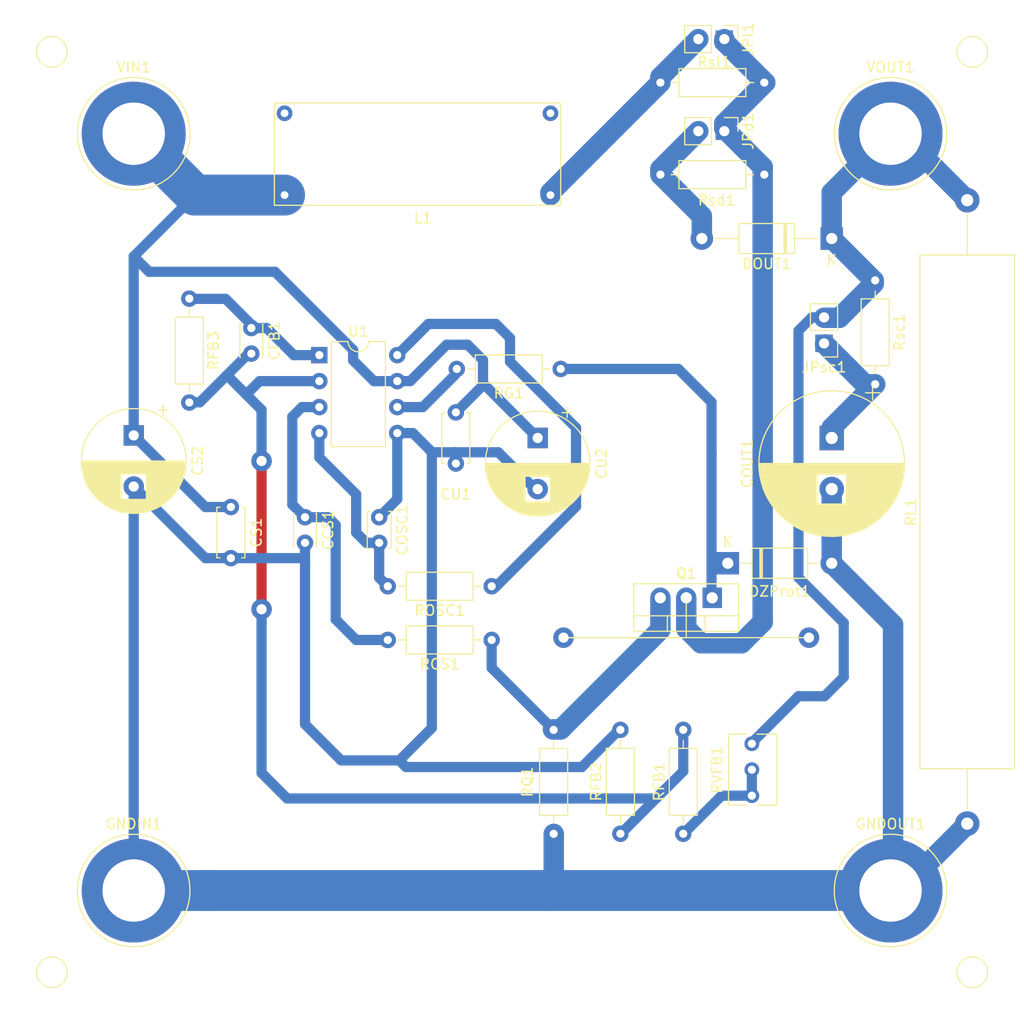
<source format=kicad_pcb>
(kicad_pcb (version 20171130) (host pcbnew "(5.1.2)-1")

  (general
    (thickness 1.6)
    (drawings 12)
    (tracks 165)
    (zones 0)
    (modules 32)
    (nets 17)
  )

  (page A4)
  (title_block
    (title "Fuente Boost")
    (company "Axel Gomez, Darío Duvier y Leonardo Fernández García")
  )

  (layers
    (0 F.Cu signal)
    (31 B.Cu signal)
    (32 B.Adhes user)
    (33 F.Adhes user)
    (34 B.Paste user)
    (35 F.Paste user)
    (36 B.SilkS user)
    (37 F.SilkS user)
    (38 B.Mask user)
    (39 F.Mask user)
    (40 Dwgs.User user)
    (41 Cmts.User user)
    (42 Eco1.User user)
    (43 Eco2.User user)
    (44 Edge.Cuts user)
    (45 Margin user)
    (46 B.CrtYd user)
    (47 F.CrtYd user)
    (48 B.Fab user)
    (49 F.Fab user)
  )

  (setup
    (last_trace_width 0.25)
    (user_trace_width 1)
    (user_trace_width 2)
    (user_trace_width 3)
    (user_trace_width 4)
    (trace_clearance 0.2)
    (zone_clearance 0.508)
    (zone_45_only no)
    (trace_min 0.2)
    (via_size 0.8)
    (via_drill 0.4)
    (via_min_size 0.4)
    (via_min_drill 0.3)
    (user_via 2 1)
    (uvia_size 0.3)
    (uvia_drill 0.1)
    (uvias_allowed no)
    (uvia_min_size 0.2)
    (uvia_min_drill 0.1)
    (edge_width 0.05)
    (segment_width 0.2)
    (pcb_text_width 0.3)
    (pcb_text_size 1.5 1.5)
    (mod_edge_width 0.12)
    (mod_text_size 1 1)
    (mod_text_width 0.15)
    (pad_size 2.4 2.4)
    (pad_drill 1.2)
    (pad_to_mask_clearance 0.051)
    (solder_mask_min_width 0.25)
    (aux_axis_origin 0 0)
    (visible_elements 7FFFFFFF)
    (pcbplotparams
      (layerselection 0x010fc_ffffffff)
      (usegerberextensions false)
      (usegerberattributes false)
      (usegerberadvancedattributes false)
      (creategerberjobfile false)
      (excludeedgelayer true)
      (linewidth 0.100000)
      (plotframeref false)
      (viasonmask false)
      (mode 1)
      (useauxorigin false)
      (hpglpennumber 1)
      (hpglpenspeed 20)
      (hpglpendiameter 15.000000)
      (psnegative false)
      (psa4output false)
      (plotreference true)
      (plotvalue true)
      (plotinvisibletext false)
      (padsonsilk false)
      (subtractmaskfromsilk false)
      (outputformat 1)
      (mirror false)
      (drillshape 1)
      (scaleselection 1)
      (outputdirectory ""))
  )

  (net 0 "")
  (net 1 +15V)
  (net 2 Earth)
  (net 3 "Net-(ROSC1-Pad1)")
  (net 4 "Net-(CCS1-Pad1)")
  (net 5 "Net-(CFB1-Pad2)")
  (net 6 "Net-(CFB1-Pad1)")
  (net 7 "Net-(COSC1-Pad1)")
  (net 8 "Net-(COUT1-Pad1)")
  (net 9 "Net-(DOUT1-Pad2)")
  (net 10 "Net-(DZProt1-Pad1)")
  (net 11 "Net-(Q1-Pad3)")
  (net 12 "Net-(RG1-Pad2)")
  (net 13 "Net-(RFB1-Pad1)")
  (net 14 "Net-(DOUT1-Pad1)")
  (net 15 "Net-(JPd1-Pad1)")
  (net 16 "Net-(JPl1-Pad2)")

  (net_class Default "Esta es la clase de red por defecto."
    (clearance 0.2)
    (trace_width 0.25)
    (via_dia 0.8)
    (via_drill 0.4)
    (uvia_dia 0.3)
    (uvia_drill 0.1)
    (add_net +15V)
    (add_net Earth)
    (add_net "Net-(CCS1-Pad1)")
    (add_net "Net-(CFB1-Pad1)")
    (add_net "Net-(CFB1-Pad2)")
    (add_net "Net-(COSC1-Pad1)")
    (add_net "Net-(COUT1-Pad1)")
    (add_net "Net-(DOUT1-Pad1)")
    (add_net "Net-(DOUT1-Pad2)")
    (add_net "Net-(DZProt1-Pad1)")
    (add_net "Net-(JPd1-Pad1)")
    (add_net "Net-(JPl1-Pad2)")
    (add_net "Net-(Q1-Pad3)")
    (add_net "Net-(RFB1-Pad1)")
    (add_net "Net-(RG1-Pad2)")
    (add_net "Net-(ROSC1-Pad1)")
  )

  (module Inductor_THT:Inductor_26mm_x_8mm (layer F.Cu) (tedit 5D098346) (tstamp 5D0A1DD5)
    (at 127.75 49)
    (path /5CED603A)
    (fp_text reference L1 (at 13.54 2.25) (layer F.SilkS)
      (effects (font (size 1 1) (thickness 0.15)))
    )
    (fp_text value 200u (at 13.54 -4.85) (layer F.Fab)
      (effects (font (size 1 1) (thickness 0.15)))
    )
    (fp_line (start -1 1) (end -1 -9) (layer F.SilkS) (width 0.12))
    (fp_line (start 27 1) (end -1 1) (layer F.SilkS) (width 0.12))
    (fp_line (start 27 -9) (end 27 1) (layer F.SilkS) (width 0.12))
    (fp_line (start -1 -9) (end 27 -9) (layer F.SilkS) (width 0.12))
    (pad 4 thru_hole circle (at 26 -8) (size 1.524 1.524) (drill 0.762) (layers *.Cu *.Mask))
    (pad 3 thru_hole circle (at 0 -8) (size 1.524 1.524) (drill 0.762) (layers *.Cu *.Mask))
    (pad 2 thru_hole circle (at 26 0) (size 1.524 1.524) (drill 0.762) (layers *.Cu *.Mask)
      (net 16 "Net-(JPl1-Pad2)"))
    (pad 1 thru_hole rect (at 0 0) (size 1.524 1.524) (drill 0.762) (layers *.Cu *.Mask)
      (net 1 +15V))
  )

  (module Connector:Banana_Jack_1Pin (layer F.Cu) (tedit 5A1AB217) (tstamp 5D05F1B5)
    (at 187 43)
    (descr "Single banana socket, footprint - 6mm drill")
    (tags "banana socket")
    (path /5D0729FE)
    (fp_text reference VOUT1 (at 0 -6.5) (layer F.SilkS)
      (effects (font (size 1 1) (thickness 0.15)))
    )
    (fp_text value Conn_01x01_MountingPin (at -0.25 6.5) (layer F.Fab)
      (effects (font (size 1 1) (thickness 0.15)))
    )
    (fp_circle (center 0 0) (end 5.5 0) (layer F.SilkS) (width 0.12))
    (fp_circle (center 0 0) (end 4.85 0.05) (layer F.Fab) (width 0.1))
    (fp_circle (center 0 0) (end 2 0) (layer F.Fab) (width 0.1))
    (fp_circle (center 0 0) (end 5.75 0) (layer F.CrtYd) (width 0.05))
    (fp_text user %R (at 0 0) (layer F.Fab)
      (effects (font (size 0.8 0.8) (thickness 0.12)))
    )
    (pad 1 thru_hole circle (at 0 0) (size 10.16 10.16) (drill 6.1) (layers *.Cu *.Mask)
      (net 14 "Net-(DOUT1-Pad1)"))
    (model ${KISYS3DMOD}/Connector.3dshapes/Banana_Jack_1Pin.wrl
      (at (xyz 0 0 0))
      (scale (xyz 2 2 2))
      (rotate (xyz 0 0 0))
    )
  )

  (module Connector:Banana_Jack_1Pin (layer F.Cu) (tedit 5A1AB217) (tstamp 5D05F1AB)
    (at 113 43)
    (descr "Single banana socket, footprint - 6mm drill")
    (tags "banana socket")
    (path /5D05FFB3)
    (fp_text reference VIN1 (at 0 -6.5) (layer F.SilkS)
      (effects (font (size 1 1) (thickness 0.15)))
    )
    (fp_text value Conn_01x01_MountingPin (at -0.25 6.5) (layer F.Fab)
      (effects (font (size 1 1) (thickness 0.15)))
    )
    (fp_circle (center 0 0) (end 5.5 0) (layer F.SilkS) (width 0.12))
    (fp_circle (center 0 0) (end 4.85 0.05) (layer F.Fab) (width 0.1))
    (fp_circle (center 0 0) (end 2 0) (layer F.Fab) (width 0.1))
    (fp_circle (center 0 0) (end 5.75 0) (layer F.CrtYd) (width 0.05))
    (fp_text user %R (at 0 0) (layer F.Fab)
      (effects (font (size 0.8 0.8) (thickness 0.12)))
    )
    (pad 1 thru_hole circle (at 0 0) (size 10.16 10.16) (drill 6.1) (layers *.Cu *.Mask)
      (net 1 +15V))
    (model ${KISYS3DMOD}/Connector.3dshapes/Banana_Jack_1Pin.wrl
      (at (xyz 0 0 0))
      (scale (xyz 2 2 2))
      (rotate (xyz 0 0 0))
    )
  )

  (module Connector:Banana_Jack_1Pin (layer F.Cu) (tedit 5A1AB217) (tstamp 5D05EE7B)
    (at 187 117)
    (descr "Single banana socket, footprint - 6mm drill")
    (tags "banana socket")
    (path /5D0729F8)
    (fp_text reference GNDOUT1 (at 0 -6.5) (layer F.SilkS)
      (effects (font (size 1 1) (thickness 0.15)))
    )
    (fp_text value Conn_01x01_MountingPin (at -0.25 6.5) (layer F.Fab)
      (effects (font (size 1 1) (thickness 0.15)))
    )
    (fp_circle (center 0 0) (end 5.5 0) (layer F.SilkS) (width 0.12))
    (fp_circle (center 0 0) (end 4.85 0.05) (layer F.Fab) (width 0.1))
    (fp_circle (center 0 0) (end 2 0) (layer F.Fab) (width 0.1))
    (fp_circle (center 0 0) (end 5.75 0) (layer F.CrtYd) (width 0.05))
    (fp_text user %R (at 0 0) (layer F.Fab)
      (effects (font (size 0.8 0.8) (thickness 0.12)))
    )
    (pad 1 thru_hole circle (at 0 0) (size 10.16 10.16) (drill 6.1) (layers *.Cu *.Mask)
      (net 2 Earth))
    (model ${KISYS3DMOD}/Connector.3dshapes/Banana_Jack_1Pin.wrl
      (at (xyz 0 0 0))
      (scale (xyz 2 2 2))
      (rotate (xyz 0 0 0))
    )
  )

  (module Connector:Banana_Jack_1Pin (layer F.Cu) (tedit 5A1AB217) (tstamp 5D05EE71)
    (at 113 117)
    (descr "Single banana socket, footprint - 6mm drill")
    (tags "banana socket")
    (path /5D06B046)
    (fp_text reference GNDIN1 (at 0 -6.5) (layer F.SilkS)
      (effects (font (size 1 1) (thickness 0.15)))
    )
    (fp_text value Conn_01x01_MountingPin (at -0.25 6.5) (layer F.Fab)
      (effects (font (size 1 1) (thickness 0.15)))
    )
    (fp_circle (center 0 0) (end 5.5 0) (layer F.SilkS) (width 0.12))
    (fp_circle (center 0 0) (end 4.85 0.05) (layer F.Fab) (width 0.1))
    (fp_circle (center 0 0) (end 2 0) (layer F.Fab) (width 0.1))
    (fp_circle (center 0 0) (end 5.75 0) (layer F.CrtYd) (width 0.05))
    (fp_text user %R (at 0 0) (layer F.Fab)
      (effects (font (size 0.8 0.8) (thickness 0.12)))
    )
    (pad 1 thru_hole circle (at 0 0) (size 10.16 10.16) (drill 6.1) (layers *.Cu *.Mask)
      (net 2 Earth))
    (model ${KISYS3DMOD}/Connector.3dshapes/Banana_Jack_1Pin.wrl
      (at (xyz 0 0 0))
      (scale (xyz 2 2 2))
      (rotate (xyz 0 0 0))
    )
  )

  (module Capacitor_THT:CP_Radial_D10.0mm_P5.00mm (layer F.Cu) (tedit 5AE50EF1) (tstamp 5CECF9D5)
    (at 113 72.5 270)
    (descr "CP, Radial series, Radial, pin pitch=5.00mm, , diameter=10mm, Electrolytic Capacitor")
    (tags "CP Radial series Radial pin pitch 5.00mm  diameter 10mm Electrolytic Capacitor")
    (path /5CE9BD12)
    (fp_text reference CS2 (at 2.5 -6.25 270) (layer F.SilkS)
      (effects (font (size 1 1) (thickness 0.15)))
    )
    (fp_text value 470u (at 2.5 6.25 270) (layer F.Fab)
      (effects (font (size 1 1) (thickness 0.15)))
    )
    (fp_text user %R (at 2.5 0 270) (layer F.Fab)
      (effects (font (size 1 1) (thickness 0.15)))
    )
    (fp_line (start -2.479646 -3.375) (end -2.479646 -2.375) (layer F.SilkS) (width 0.12))
    (fp_line (start -2.979646 -2.875) (end -1.979646 -2.875) (layer F.SilkS) (width 0.12))
    (fp_line (start 7.581 -0.599) (end 7.581 0.599) (layer F.SilkS) (width 0.12))
    (fp_line (start 7.541 -0.862) (end 7.541 0.862) (layer F.SilkS) (width 0.12))
    (fp_line (start 7.501 -1.062) (end 7.501 1.062) (layer F.SilkS) (width 0.12))
    (fp_line (start 7.461 -1.23) (end 7.461 1.23) (layer F.SilkS) (width 0.12))
    (fp_line (start 7.421 -1.378) (end 7.421 1.378) (layer F.SilkS) (width 0.12))
    (fp_line (start 7.381 -1.51) (end 7.381 1.51) (layer F.SilkS) (width 0.12))
    (fp_line (start 7.341 -1.63) (end 7.341 1.63) (layer F.SilkS) (width 0.12))
    (fp_line (start 7.301 -1.742) (end 7.301 1.742) (layer F.SilkS) (width 0.12))
    (fp_line (start 7.261 -1.846) (end 7.261 1.846) (layer F.SilkS) (width 0.12))
    (fp_line (start 7.221 -1.944) (end 7.221 1.944) (layer F.SilkS) (width 0.12))
    (fp_line (start 7.181 -2.037) (end 7.181 2.037) (layer F.SilkS) (width 0.12))
    (fp_line (start 7.141 -2.125) (end 7.141 2.125) (layer F.SilkS) (width 0.12))
    (fp_line (start 7.101 -2.209) (end 7.101 2.209) (layer F.SilkS) (width 0.12))
    (fp_line (start 7.061 -2.289) (end 7.061 2.289) (layer F.SilkS) (width 0.12))
    (fp_line (start 7.021 -2.365) (end 7.021 2.365) (layer F.SilkS) (width 0.12))
    (fp_line (start 6.981 -2.439) (end 6.981 2.439) (layer F.SilkS) (width 0.12))
    (fp_line (start 6.941 -2.51) (end 6.941 2.51) (layer F.SilkS) (width 0.12))
    (fp_line (start 6.901 -2.579) (end 6.901 2.579) (layer F.SilkS) (width 0.12))
    (fp_line (start 6.861 -2.645) (end 6.861 2.645) (layer F.SilkS) (width 0.12))
    (fp_line (start 6.821 -2.709) (end 6.821 2.709) (layer F.SilkS) (width 0.12))
    (fp_line (start 6.781 -2.77) (end 6.781 2.77) (layer F.SilkS) (width 0.12))
    (fp_line (start 6.741 -2.83) (end 6.741 2.83) (layer F.SilkS) (width 0.12))
    (fp_line (start 6.701 -2.889) (end 6.701 2.889) (layer F.SilkS) (width 0.12))
    (fp_line (start 6.661 -2.945) (end 6.661 2.945) (layer F.SilkS) (width 0.12))
    (fp_line (start 6.621 -3) (end 6.621 3) (layer F.SilkS) (width 0.12))
    (fp_line (start 6.581 -3.054) (end 6.581 3.054) (layer F.SilkS) (width 0.12))
    (fp_line (start 6.541 -3.106) (end 6.541 3.106) (layer F.SilkS) (width 0.12))
    (fp_line (start 6.501 -3.156) (end 6.501 3.156) (layer F.SilkS) (width 0.12))
    (fp_line (start 6.461 -3.206) (end 6.461 3.206) (layer F.SilkS) (width 0.12))
    (fp_line (start 6.421 -3.254) (end 6.421 3.254) (layer F.SilkS) (width 0.12))
    (fp_line (start 6.381 -3.301) (end 6.381 3.301) (layer F.SilkS) (width 0.12))
    (fp_line (start 6.341 -3.347) (end 6.341 3.347) (layer F.SilkS) (width 0.12))
    (fp_line (start 6.301 -3.392) (end 6.301 3.392) (layer F.SilkS) (width 0.12))
    (fp_line (start 6.261 -3.436) (end 6.261 3.436) (layer F.SilkS) (width 0.12))
    (fp_line (start 6.221 1.241) (end 6.221 3.478) (layer F.SilkS) (width 0.12))
    (fp_line (start 6.221 -3.478) (end 6.221 -1.241) (layer F.SilkS) (width 0.12))
    (fp_line (start 6.181 1.241) (end 6.181 3.52) (layer F.SilkS) (width 0.12))
    (fp_line (start 6.181 -3.52) (end 6.181 -1.241) (layer F.SilkS) (width 0.12))
    (fp_line (start 6.141 1.241) (end 6.141 3.561) (layer F.SilkS) (width 0.12))
    (fp_line (start 6.141 -3.561) (end 6.141 -1.241) (layer F.SilkS) (width 0.12))
    (fp_line (start 6.101 1.241) (end 6.101 3.601) (layer F.SilkS) (width 0.12))
    (fp_line (start 6.101 -3.601) (end 6.101 -1.241) (layer F.SilkS) (width 0.12))
    (fp_line (start 6.061 1.241) (end 6.061 3.64) (layer F.SilkS) (width 0.12))
    (fp_line (start 6.061 -3.64) (end 6.061 -1.241) (layer F.SilkS) (width 0.12))
    (fp_line (start 6.021 1.241) (end 6.021 3.679) (layer F.SilkS) (width 0.12))
    (fp_line (start 6.021 -3.679) (end 6.021 -1.241) (layer F.SilkS) (width 0.12))
    (fp_line (start 5.981 1.241) (end 5.981 3.716) (layer F.SilkS) (width 0.12))
    (fp_line (start 5.981 -3.716) (end 5.981 -1.241) (layer F.SilkS) (width 0.12))
    (fp_line (start 5.941 1.241) (end 5.941 3.753) (layer F.SilkS) (width 0.12))
    (fp_line (start 5.941 -3.753) (end 5.941 -1.241) (layer F.SilkS) (width 0.12))
    (fp_line (start 5.901 1.241) (end 5.901 3.789) (layer F.SilkS) (width 0.12))
    (fp_line (start 5.901 -3.789) (end 5.901 -1.241) (layer F.SilkS) (width 0.12))
    (fp_line (start 5.861 1.241) (end 5.861 3.824) (layer F.SilkS) (width 0.12))
    (fp_line (start 5.861 -3.824) (end 5.861 -1.241) (layer F.SilkS) (width 0.12))
    (fp_line (start 5.821 1.241) (end 5.821 3.858) (layer F.SilkS) (width 0.12))
    (fp_line (start 5.821 -3.858) (end 5.821 -1.241) (layer F.SilkS) (width 0.12))
    (fp_line (start 5.781 1.241) (end 5.781 3.892) (layer F.SilkS) (width 0.12))
    (fp_line (start 5.781 -3.892) (end 5.781 -1.241) (layer F.SilkS) (width 0.12))
    (fp_line (start 5.741 1.241) (end 5.741 3.925) (layer F.SilkS) (width 0.12))
    (fp_line (start 5.741 -3.925) (end 5.741 -1.241) (layer F.SilkS) (width 0.12))
    (fp_line (start 5.701 1.241) (end 5.701 3.957) (layer F.SilkS) (width 0.12))
    (fp_line (start 5.701 -3.957) (end 5.701 -1.241) (layer F.SilkS) (width 0.12))
    (fp_line (start 5.661 1.241) (end 5.661 3.989) (layer F.SilkS) (width 0.12))
    (fp_line (start 5.661 -3.989) (end 5.661 -1.241) (layer F.SilkS) (width 0.12))
    (fp_line (start 5.621 1.241) (end 5.621 4.02) (layer F.SilkS) (width 0.12))
    (fp_line (start 5.621 -4.02) (end 5.621 -1.241) (layer F.SilkS) (width 0.12))
    (fp_line (start 5.581 1.241) (end 5.581 4.05) (layer F.SilkS) (width 0.12))
    (fp_line (start 5.581 -4.05) (end 5.581 -1.241) (layer F.SilkS) (width 0.12))
    (fp_line (start 5.541 1.241) (end 5.541 4.08) (layer F.SilkS) (width 0.12))
    (fp_line (start 5.541 -4.08) (end 5.541 -1.241) (layer F.SilkS) (width 0.12))
    (fp_line (start 5.501 1.241) (end 5.501 4.11) (layer F.SilkS) (width 0.12))
    (fp_line (start 5.501 -4.11) (end 5.501 -1.241) (layer F.SilkS) (width 0.12))
    (fp_line (start 5.461 1.241) (end 5.461 4.138) (layer F.SilkS) (width 0.12))
    (fp_line (start 5.461 -4.138) (end 5.461 -1.241) (layer F.SilkS) (width 0.12))
    (fp_line (start 5.421 1.241) (end 5.421 4.166) (layer F.SilkS) (width 0.12))
    (fp_line (start 5.421 -4.166) (end 5.421 -1.241) (layer F.SilkS) (width 0.12))
    (fp_line (start 5.381 1.241) (end 5.381 4.194) (layer F.SilkS) (width 0.12))
    (fp_line (start 5.381 -4.194) (end 5.381 -1.241) (layer F.SilkS) (width 0.12))
    (fp_line (start 5.341 1.241) (end 5.341 4.221) (layer F.SilkS) (width 0.12))
    (fp_line (start 5.341 -4.221) (end 5.341 -1.241) (layer F.SilkS) (width 0.12))
    (fp_line (start 5.301 1.241) (end 5.301 4.247) (layer F.SilkS) (width 0.12))
    (fp_line (start 5.301 -4.247) (end 5.301 -1.241) (layer F.SilkS) (width 0.12))
    (fp_line (start 5.261 1.241) (end 5.261 4.273) (layer F.SilkS) (width 0.12))
    (fp_line (start 5.261 -4.273) (end 5.261 -1.241) (layer F.SilkS) (width 0.12))
    (fp_line (start 5.221 1.241) (end 5.221 4.298) (layer F.SilkS) (width 0.12))
    (fp_line (start 5.221 -4.298) (end 5.221 -1.241) (layer F.SilkS) (width 0.12))
    (fp_line (start 5.181 1.241) (end 5.181 4.323) (layer F.SilkS) (width 0.12))
    (fp_line (start 5.181 -4.323) (end 5.181 -1.241) (layer F.SilkS) (width 0.12))
    (fp_line (start 5.141 1.241) (end 5.141 4.347) (layer F.SilkS) (width 0.12))
    (fp_line (start 5.141 -4.347) (end 5.141 -1.241) (layer F.SilkS) (width 0.12))
    (fp_line (start 5.101 1.241) (end 5.101 4.371) (layer F.SilkS) (width 0.12))
    (fp_line (start 5.101 -4.371) (end 5.101 -1.241) (layer F.SilkS) (width 0.12))
    (fp_line (start 5.061 1.241) (end 5.061 4.395) (layer F.SilkS) (width 0.12))
    (fp_line (start 5.061 -4.395) (end 5.061 -1.241) (layer F.SilkS) (width 0.12))
    (fp_line (start 5.021 1.241) (end 5.021 4.417) (layer F.SilkS) (width 0.12))
    (fp_line (start 5.021 -4.417) (end 5.021 -1.241) (layer F.SilkS) (width 0.12))
    (fp_line (start 4.981 1.241) (end 4.981 4.44) (layer F.SilkS) (width 0.12))
    (fp_line (start 4.981 -4.44) (end 4.981 -1.241) (layer F.SilkS) (width 0.12))
    (fp_line (start 4.941 1.241) (end 4.941 4.462) (layer F.SilkS) (width 0.12))
    (fp_line (start 4.941 -4.462) (end 4.941 -1.241) (layer F.SilkS) (width 0.12))
    (fp_line (start 4.901 1.241) (end 4.901 4.483) (layer F.SilkS) (width 0.12))
    (fp_line (start 4.901 -4.483) (end 4.901 -1.241) (layer F.SilkS) (width 0.12))
    (fp_line (start 4.861 1.241) (end 4.861 4.504) (layer F.SilkS) (width 0.12))
    (fp_line (start 4.861 -4.504) (end 4.861 -1.241) (layer F.SilkS) (width 0.12))
    (fp_line (start 4.821 1.241) (end 4.821 4.525) (layer F.SilkS) (width 0.12))
    (fp_line (start 4.821 -4.525) (end 4.821 -1.241) (layer F.SilkS) (width 0.12))
    (fp_line (start 4.781 1.241) (end 4.781 4.545) (layer F.SilkS) (width 0.12))
    (fp_line (start 4.781 -4.545) (end 4.781 -1.241) (layer F.SilkS) (width 0.12))
    (fp_line (start 4.741 1.241) (end 4.741 4.564) (layer F.SilkS) (width 0.12))
    (fp_line (start 4.741 -4.564) (end 4.741 -1.241) (layer F.SilkS) (width 0.12))
    (fp_line (start 4.701 1.241) (end 4.701 4.584) (layer F.SilkS) (width 0.12))
    (fp_line (start 4.701 -4.584) (end 4.701 -1.241) (layer F.SilkS) (width 0.12))
    (fp_line (start 4.661 1.241) (end 4.661 4.603) (layer F.SilkS) (width 0.12))
    (fp_line (start 4.661 -4.603) (end 4.661 -1.241) (layer F.SilkS) (width 0.12))
    (fp_line (start 4.621 1.241) (end 4.621 4.621) (layer F.SilkS) (width 0.12))
    (fp_line (start 4.621 -4.621) (end 4.621 -1.241) (layer F.SilkS) (width 0.12))
    (fp_line (start 4.581 1.241) (end 4.581 4.639) (layer F.SilkS) (width 0.12))
    (fp_line (start 4.581 -4.639) (end 4.581 -1.241) (layer F.SilkS) (width 0.12))
    (fp_line (start 4.541 1.241) (end 4.541 4.657) (layer F.SilkS) (width 0.12))
    (fp_line (start 4.541 -4.657) (end 4.541 -1.241) (layer F.SilkS) (width 0.12))
    (fp_line (start 4.501 1.241) (end 4.501 4.674) (layer F.SilkS) (width 0.12))
    (fp_line (start 4.501 -4.674) (end 4.501 -1.241) (layer F.SilkS) (width 0.12))
    (fp_line (start 4.461 1.241) (end 4.461 4.69) (layer F.SilkS) (width 0.12))
    (fp_line (start 4.461 -4.69) (end 4.461 -1.241) (layer F.SilkS) (width 0.12))
    (fp_line (start 4.421 1.241) (end 4.421 4.707) (layer F.SilkS) (width 0.12))
    (fp_line (start 4.421 -4.707) (end 4.421 -1.241) (layer F.SilkS) (width 0.12))
    (fp_line (start 4.381 1.241) (end 4.381 4.723) (layer F.SilkS) (width 0.12))
    (fp_line (start 4.381 -4.723) (end 4.381 -1.241) (layer F.SilkS) (width 0.12))
    (fp_line (start 4.341 1.241) (end 4.341 4.738) (layer F.SilkS) (width 0.12))
    (fp_line (start 4.341 -4.738) (end 4.341 -1.241) (layer F.SilkS) (width 0.12))
    (fp_line (start 4.301 1.241) (end 4.301 4.754) (layer F.SilkS) (width 0.12))
    (fp_line (start 4.301 -4.754) (end 4.301 -1.241) (layer F.SilkS) (width 0.12))
    (fp_line (start 4.261 1.241) (end 4.261 4.768) (layer F.SilkS) (width 0.12))
    (fp_line (start 4.261 -4.768) (end 4.261 -1.241) (layer F.SilkS) (width 0.12))
    (fp_line (start 4.221 1.241) (end 4.221 4.783) (layer F.SilkS) (width 0.12))
    (fp_line (start 4.221 -4.783) (end 4.221 -1.241) (layer F.SilkS) (width 0.12))
    (fp_line (start 4.181 1.241) (end 4.181 4.797) (layer F.SilkS) (width 0.12))
    (fp_line (start 4.181 -4.797) (end 4.181 -1.241) (layer F.SilkS) (width 0.12))
    (fp_line (start 4.141 1.241) (end 4.141 4.811) (layer F.SilkS) (width 0.12))
    (fp_line (start 4.141 -4.811) (end 4.141 -1.241) (layer F.SilkS) (width 0.12))
    (fp_line (start 4.101 1.241) (end 4.101 4.824) (layer F.SilkS) (width 0.12))
    (fp_line (start 4.101 -4.824) (end 4.101 -1.241) (layer F.SilkS) (width 0.12))
    (fp_line (start 4.061 1.241) (end 4.061 4.837) (layer F.SilkS) (width 0.12))
    (fp_line (start 4.061 -4.837) (end 4.061 -1.241) (layer F.SilkS) (width 0.12))
    (fp_line (start 4.021 1.241) (end 4.021 4.85) (layer F.SilkS) (width 0.12))
    (fp_line (start 4.021 -4.85) (end 4.021 -1.241) (layer F.SilkS) (width 0.12))
    (fp_line (start 3.981 1.241) (end 3.981 4.862) (layer F.SilkS) (width 0.12))
    (fp_line (start 3.981 -4.862) (end 3.981 -1.241) (layer F.SilkS) (width 0.12))
    (fp_line (start 3.941 1.241) (end 3.941 4.874) (layer F.SilkS) (width 0.12))
    (fp_line (start 3.941 -4.874) (end 3.941 -1.241) (layer F.SilkS) (width 0.12))
    (fp_line (start 3.901 1.241) (end 3.901 4.885) (layer F.SilkS) (width 0.12))
    (fp_line (start 3.901 -4.885) (end 3.901 -1.241) (layer F.SilkS) (width 0.12))
    (fp_line (start 3.861 1.241) (end 3.861 4.897) (layer F.SilkS) (width 0.12))
    (fp_line (start 3.861 -4.897) (end 3.861 -1.241) (layer F.SilkS) (width 0.12))
    (fp_line (start 3.821 1.241) (end 3.821 4.907) (layer F.SilkS) (width 0.12))
    (fp_line (start 3.821 -4.907) (end 3.821 -1.241) (layer F.SilkS) (width 0.12))
    (fp_line (start 3.781 1.241) (end 3.781 4.918) (layer F.SilkS) (width 0.12))
    (fp_line (start 3.781 -4.918) (end 3.781 -1.241) (layer F.SilkS) (width 0.12))
    (fp_line (start 3.741 -4.928) (end 3.741 4.928) (layer F.SilkS) (width 0.12))
    (fp_line (start 3.701 -4.938) (end 3.701 4.938) (layer F.SilkS) (width 0.12))
    (fp_line (start 3.661 -4.947) (end 3.661 4.947) (layer F.SilkS) (width 0.12))
    (fp_line (start 3.621 -4.956) (end 3.621 4.956) (layer F.SilkS) (width 0.12))
    (fp_line (start 3.581 -4.965) (end 3.581 4.965) (layer F.SilkS) (width 0.12))
    (fp_line (start 3.541 -4.974) (end 3.541 4.974) (layer F.SilkS) (width 0.12))
    (fp_line (start 3.501 -4.982) (end 3.501 4.982) (layer F.SilkS) (width 0.12))
    (fp_line (start 3.461 -4.99) (end 3.461 4.99) (layer F.SilkS) (width 0.12))
    (fp_line (start 3.421 -4.997) (end 3.421 4.997) (layer F.SilkS) (width 0.12))
    (fp_line (start 3.381 -5.004) (end 3.381 5.004) (layer F.SilkS) (width 0.12))
    (fp_line (start 3.341 -5.011) (end 3.341 5.011) (layer F.SilkS) (width 0.12))
    (fp_line (start 3.301 -5.018) (end 3.301 5.018) (layer F.SilkS) (width 0.12))
    (fp_line (start 3.261 -5.024) (end 3.261 5.024) (layer F.SilkS) (width 0.12))
    (fp_line (start 3.221 -5.03) (end 3.221 5.03) (layer F.SilkS) (width 0.12))
    (fp_line (start 3.18 -5.035) (end 3.18 5.035) (layer F.SilkS) (width 0.12))
    (fp_line (start 3.14 -5.04) (end 3.14 5.04) (layer F.SilkS) (width 0.12))
    (fp_line (start 3.1 -5.045) (end 3.1 5.045) (layer F.SilkS) (width 0.12))
    (fp_line (start 3.06 -5.05) (end 3.06 5.05) (layer F.SilkS) (width 0.12))
    (fp_line (start 3.02 -5.054) (end 3.02 5.054) (layer F.SilkS) (width 0.12))
    (fp_line (start 2.98 -5.058) (end 2.98 5.058) (layer F.SilkS) (width 0.12))
    (fp_line (start 2.94 -5.062) (end 2.94 5.062) (layer F.SilkS) (width 0.12))
    (fp_line (start 2.9 -5.065) (end 2.9 5.065) (layer F.SilkS) (width 0.12))
    (fp_line (start 2.86 -5.068) (end 2.86 5.068) (layer F.SilkS) (width 0.12))
    (fp_line (start 2.82 -5.07) (end 2.82 5.07) (layer F.SilkS) (width 0.12))
    (fp_line (start 2.78 -5.073) (end 2.78 5.073) (layer F.SilkS) (width 0.12))
    (fp_line (start 2.74 -5.075) (end 2.74 5.075) (layer F.SilkS) (width 0.12))
    (fp_line (start 2.7 -5.077) (end 2.7 5.077) (layer F.SilkS) (width 0.12))
    (fp_line (start 2.66 -5.078) (end 2.66 5.078) (layer F.SilkS) (width 0.12))
    (fp_line (start 2.62 -5.079) (end 2.62 5.079) (layer F.SilkS) (width 0.12))
    (fp_line (start 2.58 -5.08) (end 2.58 5.08) (layer F.SilkS) (width 0.12))
    (fp_line (start 2.54 -5.08) (end 2.54 5.08) (layer F.SilkS) (width 0.12))
    (fp_line (start 2.5 -5.08) (end 2.5 5.08) (layer F.SilkS) (width 0.12))
    (fp_line (start -1.288861 -2.6875) (end -1.288861 -1.6875) (layer F.Fab) (width 0.1))
    (fp_line (start -1.788861 -2.1875) (end -0.788861 -2.1875) (layer F.Fab) (width 0.1))
    (fp_circle (center 2.5 0) (end 7.75 0) (layer F.CrtYd) (width 0.05))
    (fp_circle (center 2.5 0) (end 7.62 0) (layer F.SilkS) (width 0.12))
    (fp_circle (center 2.5 0) (end 7.5 0) (layer F.Fab) (width 0.1))
    (pad 2 thru_hole circle (at 5 0 270) (size 2 2) (drill 1) (layers *.Cu *.Mask)
      (net 2 Earth))
    (pad 1 thru_hole rect (at 0 0 270) (size 2 2) (drill 1) (layers *.Cu *.Mask)
      (net 1 +15V))
    (model ${KISYS3DMOD}/Capacitor_THT.3dshapes/CP_Radial_D10.0mm_P5.00mm.wrl
      (at (xyz 0 0 0))
      (scale (xyz 1 1 1))
      (rotate (xyz 0 0 0))
    )
  )

  (module Capacitor_THT:C_Disc_D4.7mm_W2.5mm_P5.00mm (layer F.Cu) (tedit 5AE50EF0) (tstamp 5CECF969)
    (at 122.5 79.5 270)
    (descr "C, Disc series, Radial, pin pitch=5.00mm, , diameter*width=4.7*2.5mm^2, Capacitor, http://www.vishay.com/docs/45233/krseries.pdf")
    (tags "C Disc series Radial pin pitch 5.00mm  diameter 4.7mm width 2.5mm Capacitor")
    (path /5CE9C7EB)
    (fp_text reference CS1 (at 2.5 -2.5 270) (layer F.SilkS)
      (effects (font (size 1 1) (thickness 0.15)))
    )
    (fp_text value 100n (at 2.5 2.5 270) (layer F.Fab)
      (effects (font (size 1 1) (thickness 0.15)))
    )
    (fp_text user %R (at 2.5 0 270) (layer F.Fab)
      (effects (font (size 0.94 0.94) (thickness 0.141)))
    )
    (fp_line (start 6.05 -1.5) (end -1.05 -1.5) (layer F.CrtYd) (width 0.05))
    (fp_line (start 6.05 1.5) (end 6.05 -1.5) (layer F.CrtYd) (width 0.05))
    (fp_line (start -1.05 1.5) (end 6.05 1.5) (layer F.CrtYd) (width 0.05))
    (fp_line (start -1.05 -1.5) (end -1.05 1.5) (layer F.CrtYd) (width 0.05))
    (fp_line (start 4.97 1.055) (end 4.97 1.37) (layer F.SilkS) (width 0.12))
    (fp_line (start 4.97 -1.37) (end 4.97 -1.055) (layer F.SilkS) (width 0.12))
    (fp_line (start 0.03 1.055) (end 0.03 1.37) (layer F.SilkS) (width 0.12))
    (fp_line (start 0.03 -1.37) (end 0.03 -1.055) (layer F.SilkS) (width 0.12))
    (fp_line (start 0.03 1.37) (end 4.97 1.37) (layer F.SilkS) (width 0.12))
    (fp_line (start 0.03 -1.37) (end 4.97 -1.37) (layer F.SilkS) (width 0.12))
    (fp_line (start 4.85 -1.25) (end 0.15 -1.25) (layer F.Fab) (width 0.1))
    (fp_line (start 4.85 1.25) (end 4.85 -1.25) (layer F.Fab) (width 0.1))
    (fp_line (start 0.15 1.25) (end 4.85 1.25) (layer F.Fab) (width 0.1))
    (fp_line (start 0.15 -1.25) (end 0.15 1.25) (layer F.Fab) (width 0.1))
    (pad 2 thru_hole circle (at 5 0 270) (size 1.6 1.6) (drill 0.8) (layers *.Cu *.Mask)
      (net 2 Earth))
    (pad 1 thru_hole circle (at 0 0 270) (size 1.6 1.6) (drill 0.8) (layers *.Cu *.Mask)
      (net 1 +15V))
    (model ${KISYS3DMOD}/Capacitor_THT.3dshapes/C_Disc_D4.7mm_W2.5mm_P5.00mm.wrl
      (at (xyz 0 0 0))
      (scale (xyz 1 1 1))
      (rotate (xyz 0 0 0))
    )
  )

  (module Capacitor_THT:CP_Radial_D10.0mm_P5.00mm (layer F.Cu) (tedit 5AE50EF1) (tstamp 5CECFA56)
    (at 152.5 72.75 270)
    (descr "CP, Radial series, Radial, pin pitch=5.00mm, , diameter=10mm, Electrolytic Capacitor")
    (tags "CP Radial series Radial pin pitch 5.00mm  diameter 10mm Electrolytic Capacitor")
    (path /5CE99017)
    (fp_text reference CU2 (at 2.5 -6.25 270) (layer F.SilkS)
      (effects (font (size 1 1) (thickness 0.15)))
    )
    (fp_text value 470u (at 2.5 6.25 270) (layer F.Fab)
      (effects (font (size 1 1) (thickness 0.15)))
    )
    (fp_text user %R (at 2.5 0 270) (layer F.Fab)
      (effects (font (size 1 1) (thickness 0.15)))
    )
    (fp_line (start -2.479646 -3.375) (end -2.479646 -2.375) (layer F.SilkS) (width 0.12))
    (fp_line (start -2.979646 -2.875) (end -1.979646 -2.875) (layer F.SilkS) (width 0.12))
    (fp_line (start 7.581 -0.599) (end 7.581 0.599) (layer F.SilkS) (width 0.12))
    (fp_line (start 7.541 -0.862) (end 7.541 0.862) (layer F.SilkS) (width 0.12))
    (fp_line (start 7.501 -1.062) (end 7.501 1.062) (layer F.SilkS) (width 0.12))
    (fp_line (start 7.461 -1.23) (end 7.461 1.23) (layer F.SilkS) (width 0.12))
    (fp_line (start 7.421 -1.378) (end 7.421 1.378) (layer F.SilkS) (width 0.12))
    (fp_line (start 7.381 -1.51) (end 7.381 1.51) (layer F.SilkS) (width 0.12))
    (fp_line (start 7.341 -1.63) (end 7.341 1.63) (layer F.SilkS) (width 0.12))
    (fp_line (start 7.301 -1.742) (end 7.301 1.742) (layer F.SilkS) (width 0.12))
    (fp_line (start 7.261 -1.846) (end 7.261 1.846) (layer F.SilkS) (width 0.12))
    (fp_line (start 7.221 -1.944) (end 7.221 1.944) (layer F.SilkS) (width 0.12))
    (fp_line (start 7.181 -2.037) (end 7.181 2.037) (layer F.SilkS) (width 0.12))
    (fp_line (start 7.141 -2.125) (end 7.141 2.125) (layer F.SilkS) (width 0.12))
    (fp_line (start 7.101 -2.209) (end 7.101 2.209) (layer F.SilkS) (width 0.12))
    (fp_line (start 7.061 -2.289) (end 7.061 2.289) (layer F.SilkS) (width 0.12))
    (fp_line (start 7.021 -2.365) (end 7.021 2.365) (layer F.SilkS) (width 0.12))
    (fp_line (start 6.981 -2.439) (end 6.981 2.439) (layer F.SilkS) (width 0.12))
    (fp_line (start 6.941 -2.51) (end 6.941 2.51) (layer F.SilkS) (width 0.12))
    (fp_line (start 6.901 -2.579) (end 6.901 2.579) (layer F.SilkS) (width 0.12))
    (fp_line (start 6.861 -2.645) (end 6.861 2.645) (layer F.SilkS) (width 0.12))
    (fp_line (start 6.821 -2.709) (end 6.821 2.709) (layer F.SilkS) (width 0.12))
    (fp_line (start 6.781 -2.77) (end 6.781 2.77) (layer F.SilkS) (width 0.12))
    (fp_line (start 6.741 -2.83) (end 6.741 2.83) (layer F.SilkS) (width 0.12))
    (fp_line (start 6.701 -2.889) (end 6.701 2.889) (layer F.SilkS) (width 0.12))
    (fp_line (start 6.661 -2.945) (end 6.661 2.945) (layer F.SilkS) (width 0.12))
    (fp_line (start 6.621 -3) (end 6.621 3) (layer F.SilkS) (width 0.12))
    (fp_line (start 6.581 -3.054) (end 6.581 3.054) (layer F.SilkS) (width 0.12))
    (fp_line (start 6.541 -3.106) (end 6.541 3.106) (layer F.SilkS) (width 0.12))
    (fp_line (start 6.501 -3.156) (end 6.501 3.156) (layer F.SilkS) (width 0.12))
    (fp_line (start 6.461 -3.206) (end 6.461 3.206) (layer F.SilkS) (width 0.12))
    (fp_line (start 6.421 -3.254) (end 6.421 3.254) (layer F.SilkS) (width 0.12))
    (fp_line (start 6.381 -3.301) (end 6.381 3.301) (layer F.SilkS) (width 0.12))
    (fp_line (start 6.341 -3.347) (end 6.341 3.347) (layer F.SilkS) (width 0.12))
    (fp_line (start 6.301 -3.392) (end 6.301 3.392) (layer F.SilkS) (width 0.12))
    (fp_line (start 6.261 -3.436) (end 6.261 3.436) (layer F.SilkS) (width 0.12))
    (fp_line (start 6.221 1.241) (end 6.221 3.478) (layer F.SilkS) (width 0.12))
    (fp_line (start 6.221 -3.478) (end 6.221 -1.241) (layer F.SilkS) (width 0.12))
    (fp_line (start 6.181 1.241) (end 6.181 3.52) (layer F.SilkS) (width 0.12))
    (fp_line (start 6.181 -3.52) (end 6.181 -1.241) (layer F.SilkS) (width 0.12))
    (fp_line (start 6.141 1.241) (end 6.141 3.561) (layer F.SilkS) (width 0.12))
    (fp_line (start 6.141 -3.561) (end 6.141 -1.241) (layer F.SilkS) (width 0.12))
    (fp_line (start 6.101 1.241) (end 6.101 3.601) (layer F.SilkS) (width 0.12))
    (fp_line (start 6.101 -3.601) (end 6.101 -1.241) (layer F.SilkS) (width 0.12))
    (fp_line (start 6.061 1.241) (end 6.061 3.64) (layer F.SilkS) (width 0.12))
    (fp_line (start 6.061 -3.64) (end 6.061 -1.241) (layer F.SilkS) (width 0.12))
    (fp_line (start 6.021 1.241) (end 6.021 3.679) (layer F.SilkS) (width 0.12))
    (fp_line (start 6.021 -3.679) (end 6.021 -1.241) (layer F.SilkS) (width 0.12))
    (fp_line (start 5.981 1.241) (end 5.981 3.716) (layer F.SilkS) (width 0.12))
    (fp_line (start 5.981 -3.716) (end 5.981 -1.241) (layer F.SilkS) (width 0.12))
    (fp_line (start 5.941 1.241) (end 5.941 3.753) (layer F.SilkS) (width 0.12))
    (fp_line (start 5.941 -3.753) (end 5.941 -1.241) (layer F.SilkS) (width 0.12))
    (fp_line (start 5.901 1.241) (end 5.901 3.789) (layer F.SilkS) (width 0.12))
    (fp_line (start 5.901 -3.789) (end 5.901 -1.241) (layer F.SilkS) (width 0.12))
    (fp_line (start 5.861 1.241) (end 5.861 3.824) (layer F.SilkS) (width 0.12))
    (fp_line (start 5.861 -3.824) (end 5.861 -1.241) (layer F.SilkS) (width 0.12))
    (fp_line (start 5.821 1.241) (end 5.821 3.858) (layer F.SilkS) (width 0.12))
    (fp_line (start 5.821 -3.858) (end 5.821 -1.241) (layer F.SilkS) (width 0.12))
    (fp_line (start 5.781 1.241) (end 5.781 3.892) (layer F.SilkS) (width 0.12))
    (fp_line (start 5.781 -3.892) (end 5.781 -1.241) (layer F.SilkS) (width 0.12))
    (fp_line (start 5.741 1.241) (end 5.741 3.925) (layer F.SilkS) (width 0.12))
    (fp_line (start 5.741 -3.925) (end 5.741 -1.241) (layer F.SilkS) (width 0.12))
    (fp_line (start 5.701 1.241) (end 5.701 3.957) (layer F.SilkS) (width 0.12))
    (fp_line (start 5.701 -3.957) (end 5.701 -1.241) (layer F.SilkS) (width 0.12))
    (fp_line (start 5.661 1.241) (end 5.661 3.989) (layer F.SilkS) (width 0.12))
    (fp_line (start 5.661 -3.989) (end 5.661 -1.241) (layer F.SilkS) (width 0.12))
    (fp_line (start 5.621 1.241) (end 5.621 4.02) (layer F.SilkS) (width 0.12))
    (fp_line (start 5.621 -4.02) (end 5.621 -1.241) (layer F.SilkS) (width 0.12))
    (fp_line (start 5.581 1.241) (end 5.581 4.05) (layer F.SilkS) (width 0.12))
    (fp_line (start 5.581 -4.05) (end 5.581 -1.241) (layer F.SilkS) (width 0.12))
    (fp_line (start 5.541 1.241) (end 5.541 4.08) (layer F.SilkS) (width 0.12))
    (fp_line (start 5.541 -4.08) (end 5.541 -1.241) (layer F.SilkS) (width 0.12))
    (fp_line (start 5.501 1.241) (end 5.501 4.11) (layer F.SilkS) (width 0.12))
    (fp_line (start 5.501 -4.11) (end 5.501 -1.241) (layer F.SilkS) (width 0.12))
    (fp_line (start 5.461 1.241) (end 5.461 4.138) (layer F.SilkS) (width 0.12))
    (fp_line (start 5.461 -4.138) (end 5.461 -1.241) (layer F.SilkS) (width 0.12))
    (fp_line (start 5.421 1.241) (end 5.421 4.166) (layer F.SilkS) (width 0.12))
    (fp_line (start 5.421 -4.166) (end 5.421 -1.241) (layer F.SilkS) (width 0.12))
    (fp_line (start 5.381 1.241) (end 5.381 4.194) (layer F.SilkS) (width 0.12))
    (fp_line (start 5.381 -4.194) (end 5.381 -1.241) (layer F.SilkS) (width 0.12))
    (fp_line (start 5.341 1.241) (end 5.341 4.221) (layer F.SilkS) (width 0.12))
    (fp_line (start 5.341 -4.221) (end 5.341 -1.241) (layer F.SilkS) (width 0.12))
    (fp_line (start 5.301 1.241) (end 5.301 4.247) (layer F.SilkS) (width 0.12))
    (fp_line (start 5.301 -4.247) (end 5.301 -1.241) (layer F.SilkS) (width 0.12))
    (fp_line (start 5.261 1.241) (end 5.261 4.273) (layer F.SilkS) (width 0.12))
    (fp_line (start 5.261 -4.273) (end 5.261 -1.241) (layer F.SilkS) (width 0.12))
    (fp_line (start 5.221 1.241) (end 5.221 4.298) (layer F.SilkS) (width 0.12))
    (fp_line (start 5.221 -4.298) (end 5.221 -1.241) (layer F.SilkS) (width 0.12))
    (fp_line (start 5.181 1.241) (end 5.181 4.323) (layer F.SilkS) (width 0.12))
    (fp_line (start 5.181 -4.323) (end 5.181 -1.241) (layer F.SilkS) (width 0.12))
    (fp_line (start 5.141 1.241) (end 5.141 4.347) (layer F.SilkS) (width 0.12))
    (fp_line (start 5.141 -4.347) (end 5.141 -1.241) (layer F.SilkS) (width 0.12))
    (fp_line (start 5.101 1.241) (end 5.101 4.371) (layer F.SilkS) (width 0.12))
    (fp_line (start 5.101 -4.371) (end 5.101 -1.241) (layer F.SilkS) (width 0.12))
    (fp_line (start 5.061 1.241) (end 5.061 4.395) (layer F.SilkS) (width 0.12))
    (fp_line (start 5.061 -4.395) (end 5.061 -1.241) (layer F.SilkS) (width 0.12))
    (fp_line (start 5.021 1.241) (end 5.021 4.417) (layer F.SilkS) (width 0.12))
    (fp_line (start 5.021 -4.417) (end 5.021 -1.241) (layer F.SilkS) (width 0.12))
    (fp_line (start 4.981 1.241) (end 4.981 4.44) (layer F.SilkS) (width 0.12))
    (fp_line (start 4.981 -4.44) (end 4.981 -1.241) (layer F.SilkS) (width 0.12))
    (fp_line (start 4.941 1.241) (end 4.941 4.462) (layer F.SilkS) (width 0.12))
    (fp_line (start 4.941 -4.462) (end 4.941 -1.241) (layer F.SilkS) (width 0.12))
    (fp_line (start 4.901 1.241) (end 4.901 4.483) (layer F.SilkS) (width 0.12))
    (fp_line (start 4.901 -4.483) (end 4.901 -1.241) (layer F.SilkS) (width 0.12))
    (fp_line (start 4.861 1.241) (end 4.861 4.504) (layer F.SilkS) (width 0.12))
    (fp_line (start 4.861 -4.504) (end 4.861 -1.241) (layer F.SilkS) (width 0.12))
    (fp_line (start 4.821 1.241) (end 4.821 4.525) (layer F.SilkS) (width 0.12))
    (fp_line (start 4.821 -4.525) (end 4.821 -1.241) (layer F.SilkS) (width 0.12))
    (fp_line (start 4.781 1.241) (end 4.781 4.545) (layer F.SilkS) (width 0.12))
    (fp_line (start 4.781 -4.545) (end 4.781 -1.241) (layer F.SilkS) (width 0.12))
    (fp_line (start 4.741 1.241) (end 4.741 4.564) (layer F.SilkS) (width 0.12))
    (fp_line (start 4.741 -4.564) (end 4.741 -1.241) (layer F.SilkS) (width 0.12))
    (fp_line (start 4.701 1.241) (end 4.701 4.584) (layer F.SilkS) (width 0.12))
    (fp_line (start 4.701 -4.584) (end 4.701 -1.241) (layer F.SilkS) (width 0.12))
    (fp_line (start 4.661 1.241) (end 4.661 4.603) (layer F.SilkS) (width 0.12))
    (fp_line (start 4.661 -4.603) (end 4.661 -1.241) (layer F.SilkS) (width 0.12))
    (fp_line (start 4.621 1.241) (end 4.621 4.621) (layer F.SilkS) (width 0.12))
    (fp_line (start 4.621 -4.621) (end 4.621 -1.241) (layer F.SilkS) (width 0.12))
    (fp_line (start 4.581 1.241) (end 4.581 4.639) (layer F.SilkS) (width 0.12))
    (fp_line (start 4.581 -4.639) (end 4.581 -1.241) (layer F.SilkS) (width 0.12))
    (fp_line (start 4.541 1.241) (end 4.541 4.657) (layer F.SilkS) (width 0.12))
    (fp_line (start 4.541 -4.657) (end 4.541 -1.241) (layer F.SilkS) (width 0.12))
    (fp_line (start 4.501 1.241) (end 4.501 4.674) (layer F.SilkS) (width 0.12))
    (fp_line (start 4.501 -4.674) (end 4.501 -1.241) (layer F.SilkS) (width 0.12))
    (fp_line (start 4.461 1.241) (end 4.461 4.69) (layer F.SilkS) (width 0.12))
    (fp_line (start 4.461 -4.69) (end 4.461 -1.241) (layer F.SilkS) (width 0.12))
    (fp_line (start 4.421 1.241) (end 4.421 4.707) (layer F.SilkS) (width 0.12))
    (fp_line (start 4.421 -4.707) (end 4.421 -1.241) (layer F.SilkS) (width 0.12))
    (fp_line (start 4.381 1.241) (end 4.381 4.723) (layer F.SilkS) (width 0.12))
    (fp_line (start 4.381 -4.723) (end 4.381 -1.241) (layer F.SilkS) (width 0.12))
    (fp_line (start 4.341 1.241) (end 4.341 4.738) (layer F.SilkS) (width 0.12))
    (fp_line (start 4.341 -4.738) (end 4.341 -1.241) (layer F.SilkS) (width 0.12))
    (fp_line (start 4.301 1.241) (end 4.301 4.754) (layer F.SilkS) (width 0.12))
    (fp_line (start 4.301 -4.754) (end 4.301 -1.241) (layer F.SilkS) (width 0.12))
    (fp_line (start 4.261 1.241) (end 4.261 4.768) (layer F.SilkS) (width 0.12))
    (fp_line (start 4.261 -4.768) (end 4.261 -1.241) (layer F.SilkS) (width 0.12))
    (fp_line (start 4.221 1.241) (end 4.221 4.783) (layer F.SilkS) (width 0.12))
    (fp_line (start 4.221 -4.783) (end 4.221 -1.241) (layer F.SilkS) (width 0.12))
    (fp_line (start 4.181 1.241) (end 4.181 4.797) (layer F.SilkS) (width 0.12))
    (fp_line (start 4.181 -4.797) (end 4.181 -1.241) (layer F.SilkS) (width 0.12))
    (fp_line (start 4.141 1.241) (end 4.141 4.811) (layer F.SilkS) (width 0.12))
    (fp_line (start 4.141 -4.811) (end 4.141 -1.241) (layer F.SilkS) (width 0.12))
    (fp_line (start 4.101 1.241) (end 4.101 4.824) (layer F.SilkS) (width 0.12))
    (fp_line (start 4.101 -4.824) (end 4.101 -1.241) (layer F.SilkS) (width 0.12))
    (fp_line (start 4.061 1.241) (end 4.061 4.837) (layer F.SilkS) (width 0.12))
    (fp_line (start 4.061 -4.837) (end 4.061 -1.241) (layer F.SilkS) (width 0.12))
    (fp_line (start 4.021 1.241) (end 4.021 4.85) (layer F.SilkS) (width 0.12))
    (fp_line (start 4.021 -4.85) (end 4.021 -1.241) (layer F.SilkS) (width 0.12))
    (fp_line (start 3.981 1.241) (end 3.981 4.862) (layer F.SilkS) (width 0.12))
    (fp_line (start 3.981 -4.862) (end 3.981 -1.241) (layer F.SilkS) (width 0.12))
    (fp_line (start 3.941 1.241) (end 3.941 4.874) (layer F.SilkS) (width 0.12))
    (fp_line (start 3.941 -4.874) (end 3.941 -1.241) (layer F.SilkS) (width 0.12))
    (fp_line (start 3.901 1.241) (end 3.901 4.885) (layer F.SilkS) (width 0.12))
    (fp_line (start 3.901 -4.885) (end 3.901 -1.241) (layer F.SilkS) (width 0.12))
    (fp_line (start 3.861 1.241) (end 3.861 4.897) (layer F.SilkS) (width 0.12))
    (fp_line (start 3.861 -4.897) (end 3.861 -1.241) (layer F.SilkS) (width 0.12))
    (fp_line (start 3.821 1.241) (end 3.821 4.907) (layer F.SilkS) (width 0.12))
    (fp_line (start 3.821 -4.907) (end 3.821 -1.241) (layer F.SilkS) (width 0.12))
    (fp_line (start 3.781 1.241) (end 3.781 4.918) (layer F.SilkS) (width 0.12))
    (fp_line (start 3.781 -4.918) (end 3.781 -1.241) (layer F.SilkS) (width 0.12))
    (fp_line (start 3.741 -4.928) (end 3.741 4.928) (layer F.SilkS) (width 0.12))
    (fp_line (start 3.701 -4.938) (end 3.701 4.938) (layer F.SilkS) (width 0.12))
    (fp_line (start 3.661 -4.947) (end 3.661 4.947) (layer F.SilkS) (width 0.12))
    (fp_line (start 3.621 -4.956) (end 3.621 4.956) (layer F.SilkS) (width 0.12))
    (fp_line (start 3.581 -4.965) (end 3.581 4.965) (layer F.SilkS) (width 0.12))
    (fp_line (start 3.541 -4.974) (end 3.541 4.974) (layer F.SilkS) (width 0.12))
    (fp_line (start 3.501 -4.982) (end 3.501 4.982) (layer F.SilkS) (width 0.12))
    (fp_line (start 3.461 -4.99) (end 3.461 4.99) (layer F.SilkS) (width 0.12))
    (fp_line (start 3.421 -4.997) (end 3.421 4.997) (layer F.SilkS) (width 0.12))
    (fp_line (start 3.381 -5.004) (end 3.381 5.004) (layer F.SilkS) (width 0.12))
    (fp_line (start 3.341 -5.011) (end 3.341 5.011) (layer F.SilkS) (width 0.12))
    (fp_line (start 3.301 -5.018) (end 3.301 5.018) (layer F.SilkS) (width 0.12))
    (fp_line (start 3.261 -5.024) (end 3.261 5.024) (layer F.SilkS) (width 0.12))
    (fp_line (start 3.221 -5.03) (end 3.221 5.03) (layer F.SilkS) (width 0.12))
    (fp_line (start 3.18 -5.035) (end 3.18 5.035) (layer F.SilkS) (width 0.12))
    (fp_line (start 3.14 -5.04) (end 3.14 5.04) (layer F.SilkS) (width 0.12))
    (fp_line (start 3.1 -5.045) (end 3.1 5.045) (layer F.SilkS) (width 0.12))
    (fp_line (start 3.06 -5.05) (end 3.06 5.05) (layer F.SilkS) (width 0.12))
    (fp_line (start 3.02 -5.054) (end 3.02 5.054) (layer F.SilkS) (width 0.12))
    (fp_line (start 2.98 -5.058) (end 2.98 5.058) (layer F.SilkS) (width 0.12))
    (fp_line (start 2.94 -5.062) (end 2.94 5.062) (layer F.SilkS) (width 0.12))
    (fp_line (start 2.9 -5.065) (end 2.9 5.065) (layer F.SilkS) (width 0.12))
    (fp_line (start 2.86 -5.068) (end 2.86 5.068) (layer F.SilkS) (width 0.12))
    (fp_line (start 2.82 -5.07) (end 2.82 5.07) (layer F.SilkS) (width 0.12))
    (fp_line (start 2.78 -5.073) (end 2.78 5.073) (layer F.SilkS) (width 0.12))
    (fp_line (start 2.74 -5.075) (end 2.74 5.075) (layer F.SilkS) (width 0.12))
    (fp_line (start 2.7 -5.077) (end 2.7 5.077) (layer F.SilkS) (width 0.12))
    (fp_line (start 2.66 -5.078) (end 2.66 5.078) (layer F.SilkS) (width 0.12))
    (fp_line (start 2.62 -5.079) (end 2.62 5.079) (layer F.SilkS) (width 0.12))
    (fp_line (start 2.58 -5.08) (end 2.58 5.08) (layer F.SilkS) (width 0.12))
    (fp_line (start 2.54 -5.08) (end 2.54 5.08) (layer F.SilkS) (width 0.12))
    (fp_line (start 2.5 -5.08) (end 2.5 5.08) (layer F.SilkS) (width 0.12))
    (fp_line (start -1.288861 -2.6875) (end -1.288861 -1.6875) (layer F.Fab) (width 0.1))
    (fp_line (start -1.788861 -2.1875) (end -0.788861 -2.1875) (layer F.Fab) (width 0.1))
    (fp_circle (center 2.5 0) (end 7.75 0) (layer F.CrtYd) (width 0.05))
    (fp_circle (center 2.5 0) (end 7.62 0) (layer F.SilkS) (width 0.12))
    (fp_circle (center 2.5 0) (end 7.5 0) (layer F.Fab) (width 0.1))
    (pad 2 thru_hole circle (at 5 0 270) (size 2 2) (drill 1) (layers *.Cu *.Mask)
      (net 2 Earth))
    (pad 1 thru_hole rect (at 0 0 270) (size 2 2) (drill 1) (layers *.Cu *.Mask)
      (net 1 +15V))
    (model ${KISYS3DMOD}/Capacitor_THT.3dshapes/CP_Radial_D10.0mm_P5.00mm.wrl
      (at (xyz 0 0 0))
      (scale (xyz 1 1 1))
      (rotate (xyz 0 0 0))
    )
  )

  (module Capacitor_THT:CP_Radial_D14.0mm_P5.00mm (layer F.Cu) (tedit 5D05EB8D) (tstamp 5CEE1E9A)
    (at 181.25 72.75 270)
    (descr "CP, Radial series, Radial, pin pitch=5.00mm, , diameter=14mm, Electrolytic Capacitor")
    (tags "CP Radial series Radial pin pitch 5.00mm  diameter 14mm Electrolytic Capacitor")
    (path /5CECC04B)
    (fp_text reference COUT1 (at 2.5 8.25 270) (layer F.SilkS)
      (effects (font (size 1 1) (thickness 0.15)))
    )
    (fp_text value 1000u (at 2.5 8.25 270) (layer F.Fab)
      (effects (font (size 1 1) (thickness 0.15)))
    )
    (fp_text user %R (at 2.5 0 270) (layer F.Fab)
      (effects (font (size 1 1) (thickness 0.15)))
    )
    (fp_line (start -4.419543 -4.695) (end -4.419543 -3.295) (layer F.SilkS) (width 0.12))
    (fp_line (start -5.119543 -3.995) (end -3.719543 -3.995) (layer F.SilkS) (width 0.12))
    (fp_line (start 9.581 -0.714) (end 9.581 0.714) (layer F.SilkS) (width 0.12))
    (fp_line (start 9.541 -1.025) (end 9.541 1.025) (layer F.SilkS) (width 0.12))
    (fp_line (start 9.501 -1.262) (end 9.501 1.262) (layer F.SilkS) (width 0.12))
    (fp_line (start 9.461 -1.461) (end 9.461 1.461) (layer F.SilkS) (width 0.12))
    (fp_line (start 9.421 -1.636) (end 9.421 1.636) (layer F.SilkS) (width 0.12))
    (fp_line (start 9.381 -1.794) (end 9.381 1.794) (layer F.SilkS) (width 0.12))
    (fp_line (start 9.341 -1.938) (end 9.341 1.938) (layer F.SilkS) (width 0.12))
    (fp_line (start 9.301 -2.071) (end 9.301 2.071) (layer F.SilkS) (width 0.12))
    (fp_line (start 9.261 -2.196) (end 9.261 2.196) (layer F.SilkS) (width 0.12))
    (fp_line (start 9.221 -2.313) (end 9.221 2.313) (layer F.SilkS) (width 0.12))
    (fp_line (start 9.181 -2.425) (end 9.181 2.425) (layer F.SilkS) (width 0.12))
    (fp_line (start 9.141 -2.53) (end 9.141 2.53) (layer F.SilkS) (width 0.12))
    (fp_line (start 9.101 -2.632) (end 9.101 2.632) (layer F.SilkS) (width 0.12))
    (fp_line (start 9.061 -2.728) (end 9.061 2.728) (layer F.SilkS) (width 0.12))
    (fp_line (start 9.021 -2.821) (end 9.021 2.821) (layer F.SilkS) (width 0.12))
    (fp_line (start 8.981 -2.911) (end 8.981 2.911) (layer F.SilkS) (width 0.12))
    (fp_line (start 8.941 -2.997) (end 8.941 2.997) (layer F.SilkS) (width 0.12))
    (fp_line (start 8.901 -3.08) (end 8.901 3.08) (layer F.SilkS) (width 0.12))
    (fp_line (start 8.861 -3.161) (end 8.861 3.161) (layer F.SilkS) (width 0.12))
    (fp_line (start 8.821 -3.24) (end 8.821 3.24) (layer F.SilkS) (width 0.12))
    (fp_line (start 8.781 -3.315) (end 8.781 3.315) (layer F.SilkS) (width 0.12))
    (fp_line (start 8.741 -3.389) (end 8.741 3.389) (layer F.SilkS) (width 0.12))
    (fp_line (start 8.701 -3.461) (end 8.701 3.461) (layer F.SilkS) (width 0.12))
    (fp_line (start 8.661 -3.531) (end 8.661 3.531) (layer F.SilkS) (width 0.12))
    (fp_line (start 8.621 -3.599) (end 8.621 3.599) (layer F.SilkS) (width 0.12))
    (fp_line (start 8.581 -3.666) (end 8.581 3.666) (layer F.SilkS) (width 0.12))
    (fp_line (start 8.541 -3.73) (end 8.541 3.73) (layer F.SilkS) (width 0.12))
    (fp_line (start 8.501 -3.794) (end 8.501 3.794) (layer F.SilkS) (width 0.12))
    (fp_line (start 8.461 -3.856) (end 8.461 3.856) (layer F.SilkS) (width 0.12))
    (fp_line (start 8.421 -3.916) (end 8.421 3.916) (layer F.SilkS) (width 0.12))
    (fp_line (start 8.381 -3.975) (end 8.381 3.975) (layer F.SilkS) (width 0.12))
    (fp_line (start 8.341 -4.033) (end 8.341 4.033) (layer F.SilkS) (width 0.12))
    (fp_line (start 8.301 -4.09) (end 8.301 4.09) (layer F.SilkS) (width 0.12))
    (fp_line (start 8.261 -4.146) (end 8.261 4.146) (layer F.SilkS) (width 0.12))
    (fp_line (start 8.221 -4.2) (end 8.221 4.2) (layer F.SilkS) (width 0.12))
    (fp_line (start 8.181 -4.254) (end 8.181 4.254) (layer F.SilkS) (width 0.12))
    (fp_line (start 8.141 -4.306) (end 8.141 4.306) (layer F.SilkS) (width 0.12))
    (fp_line (start 8.101 -4.358) (end 8.101 4.358) (layer F.SilkS) (width 0.12))
    (fp_line (start 8.061 -4.408) (end 8.061 4.408) (layer F.SilkS) (width 0.12))
    (fp_line (start 8.021 -4.458) (end 8.021 4.458) (layer F.SilkS) (width 0.12))
    (fp_line (start 7.981 -4.506) (end 7.981 4.506) (layer F.SilkS) (width 0.12))
    (fp_line (start 7.941 -4.554) (end 7.941 4.554) (layer F.SilkS) (width 0.12))
    (fp_line (start 7.901 -4.601) (end 7.901 4.601) (layer F.SilkS) (width 0.12))
    (fp_line (start 7.861 -4.647) (end 7.861 4.647) (layer F.SilkS) (width 0.12))
    (fp_line (start 7.821 -4.693) (end 7.821 4.693) (layer F.SilkS) (width 0.12))
    (fp_line (start 7.781 -4.737) (end 7.781 4.737) (layer F.SilkS) (width 0.12))
    (fp_line (start 7.741 -4.781) (end 7.741 4.781) (layer F.SilkS) (width 0.12))
    (fp_line (start 7.701 -4.824) (end 7.701 4.824) (layer F.SilkS) (width 0.12))
    (fp_line (start 7.661 -4.866) (end 7.661 4.866) (layer F.SilkS) (width 0.12))
    (fp_line (start 7.621 -4.908) (end 7.621 4.908) (layer F.SilkS) (width 0.12))
    (fp_line (start 7.581 -4.949) (end 7.581 4.949) (layer F.SilkS) (width 0.12))
    (fp_line (start 7.541 -4.99) (end 7.541 4.99) (layer F.SilkS) (width 0.12))
    (fp_line (start 7.501 -5.029) (end 7.501 5.029) (layer F.SilkS) (width 0.12))
    (fp_line (start 7.461 -5.069) (end 7.461 5.069) (layer F.SilkS) (width 0.12))
    (fp_line (start 7.421 -5.107) (end 7.421 5.107) (layer F.SilkS) (width 0.12))
    (fp_line (start 7.381 -5.145) (end 7.381 5.145) (layer F.SilkS) (width 0.12))
    (fp_line (start 7.341 -5.182) (end 7.341 5.182) (layer F.SilkS) (width 0.12))
    (fp_line (start 7.301 -5.219) (end 7.301 5.219) (layer F.SilkS) (width 0.12))
    (fp_line (start 7.261 -5.255) (end 7.261 5.255) (layer F.SilkS) (width 0.12))
    (fp_line (start 7.221 -5.291) (end 7.221 5.291) (layer F.SilkS) (width 0.12))
    (fp_line (start 7.181 -5.326) (end 7.181 5.326) (layer F.SilkS) (width 0.12))
    (fp_line (start 7.141 -5.361) (end 7.141 5.361) (layer F.SilkS) (width 0.12))
    (fp_line (start 7.101 -5.395) (end 7.101 5.395) (layer F.SilkS) (width 0.12))
    (fp_line (start 7.061 -5.429) (end 7.061 5.429) (layer F.SilkS) (width 0.12))
    (fp_line (start 7.021 -5.462) (end 7.021 5.462) (layer F.SilkS) (width 0.12))
    (fp_line (start 6.981 -5.494) (end 6.981 5.494) (layer F.SilkS) (width 0.12))
    (fp_line (start 6.941 -5.527) (end 6.941 5.527) (layer F.SilkS) (width 0.12))
    (fp_line (start 6.901 -5.558) (end 6.901 5.558) (layer F.SilkS) (width 0.12))
    (fp_line (start 6.861 -5.589) (end 6.861 5.589) (layer F.SilkS) (width 0.12))
    (fp_line (start 6.821 -5.62) (end 6.821 5.62) (layer F.SilkS) (width 0.12))
    (fp_line (start 6.781 -5.65) (end 6.781 5.65) (layer F.SilkS) (width 0.12))
    (fp_line (start 6.741 -5.68) (end 6.741 5.68) (layer F.SilkS) (width 0.12))
    (fp_line (start 6.701 -5.71) (end 6.701 5.71) (layer F.SilkS) (width 0.12))
    (fp_line (start 6.661 -5.739) (end 6.661 5.739) (layer F.SilkS) (width 0.12))
    (fp_line (start 6.621 -5.767) (end 6.621 5.767) (layer F.SilkS) (width 0.12))
    (fp_line (start 6.581 -5.796) (end 6.581 5.796) (layer F.SilkS) (width 0.12))
    (fp_line (start 6.541 -5.823) (end 6.541 5.823) (layer F.SilkS) (width 0.12))
    (fp_line (start 6.501 -5.851) (end 6.501 5.851) (layer F.SilkS) (width 0.12))
    (fp_line (start 6.461 -5.878) (end 6.461 5.878) (layer F.SilkS) (width 0.12))
    (fp_line (start 6.421 1.44) (end 6.421 5.904) (layer F.SilkS) (width 0.12))
    (fp_line (start 6.421 -5.904) (end 6.421 -1.44) (layer F.SilkS) (width 0.12))
    (fp_line (start 6.381 1.44) (end 6.381 5.93) (layer F.SilkS) (width 0.12))
    (fp_line (start 6.381 -5.93) (end 6.381 -1.44) (layer F.SilkS) (width 0.12))
    (fp_line (start 6.341 1.44) (end 6.341 5.956) (layer F.SilkS) (width 0.12))
    (fp_line (start 6.341 -5.956) (end 6.341 -1.44) (layer F.SilkS) (width 0.12))
    (fp_line (start 6.301 1.44) (end 6.301 5.982) (layer F.SilkS) (width 0.12))
    (fp_line (start 6.301 -5.982) (end 6.301 -1.44) (layer F.SilkS) (width 0.12))
    (fp_line (start 6.261 1.44) (end 6.261 6.007) (layer F.SilkS) (width 0.12))
    (fp_line (start 6.261 -6.007) (end 6.261 -1.44) (layer F.SilkS) (width 0.12))
    (fp_line (start 6.221 1.44) (end 6.221 6.031) (layer F.SilkS) (width 0.12))
    (fp_line (start 6.221 -6.031) (end 6.221 -1.44) (layer F.SilkS) (width 0.12))
    (fp_line (start 6.181 1.44) (end 6.181 6.056) (layer F.SilkS) (width 0.12))
    (fp_line (start 6.181 -6.056) (end 6.181 -1.44) (layer F.SilkS) (width 0.12))
    (fp_line (start 6.141 1.44) (end 6.141 6.08) (layer F.SilkS) (width 0.12))
    (fp_line (start 6.141 -6.08) (end 6.141 -1.44) (layer F.SilkS) (width 0.12))
    (fp_line (start 6.101 1.44) (end 6.101 6.103) (layer F.SilkS) (width 0.12))
    (fp_line (start 6.101 -6.103) (end 6.101 -1.44) (layer F.SilkS) (width 0.12))
    (fp_line (start 6.061 1.44) (end 6.061 6.127) (layer F.SilkS) (width 0.12))
    (fp_line (start 6.061 -6.127) (end 6.061 -1.44) (layer F.SilkS) (width 0.12))
    (fp_line (start 6.021 1.44) (end 6.021 6.15) (layer F.SilkS) (width 0.12))
    (fp_line (start 6.021 -6.15) (end 6.021 -1.44) (layer F.SilkS) (width 0.12))
    (fp_line (start 5.981 1.44) (end 5.981 6.172) (layer F.SilkS) (width 0.12))
    (fp_line (start 5.981 -6.172) (end 5.981 -1.44) (layer F.SilkS) (width 0.12))
    (fp_line (start 5.941 1.44) (end 5.941 6.194) (layer F.SilkS) (width 0.12))
    (fp_line (start 5.941 -6.194) (end 5.941 -1.44) (layer F.SilkS) (width 0.12))
    (fp_line (start 5.901 1.44) (end 5.901 6.216) (layer F.SilkS) (width 0.12))
    (fp_line (start 5.901 -6.216) (end 5.901 -1.44) (layer F.SilkS) (width 0.12))
    (fp_line (start 5.861 1.44) (end 5.861 6.238) (layer F.SilkS) (width 0.12))
    (fp_line (start 5.861 -6.238) (end 5.861 -1.44) (layer F.SilkS) (width 0.12))
    (fp_line (start 5.821 1.44) (end 5.821 6.259) (layer F.SilkS) (width 0.12))
    (fp_line (start 5.821 -6.259) (end 5.821 -1.44) (layer F.SilkS) (width 0.12))
    (fp_line (start 5.781 1.44) (end 5.781 6.28) (layer F.SilkS) (width 0.12))
    (fp_line (start 5.781 -6.28) (end 5.781 -1.44) (layer F.SilkS) (width 0.12))
    (fp_line (start 5.741 1.44) (end 5.741 6.301) (layer F.SilkS) (width 0.12))
    (fp_line (start 5.741 -6.301) (end 5.741 -1.44) (layer F.SilkS) (width 0.12))
    (fp_line (start 5.701 1.44) (end 5.701 6.321) (layer F.SilkS) (width 0.12))
    (fp_line (start 5.701 -6.321) (end 5.701 -1.44) (layer F.SilkS) (width 0.12))
    (fp_line (start 5.661 1.44) (end 5.661 6.341) (layer F.SilkS) (width 0.12))
    (fp_line (start 5.661 -6.341) (end 5.661 -1.44) (layer F.SilkS) (width 0.12))
    (fp_line (start 5.621 1.44) (end 5.621 6.36) (layer F.SilkS) (width 0.12))
    (fp_line (start 5.621 -6.36) (end 5.621 -1.44) (layer F.SilkS) (width 0.12))
    (fp_line (start 5.581 1.44) (end 5.581 6.38) (layer F.SilkS) (width 0.12))
    (fp_line (start 5.581 -6.38) (end 5.581 -1.44) (layer F.SilkS) (width 0.12))
    (fp_line (start 5.541 1.44) (end 5.541 6.399) (layer F.SilkS) (width 0.12))
    (fp_line (start 5.541 -6.399) (end 5.541 -1.44) (layer F.SilkS) (width 0.12))
    (fp_line (start 5.501 1.44) (end 5.501 6.418) (layer F.SilkS) (width 0.12))
    (fp_line (start 5.501 -6.418) (end 5.501 -1.44) (layer F.SilkS) (width 0.12))
    (fp_line (start 5.461 1.44) (end 5.461 6.436) (layer F.SilkS) (width 0.12))
    (fp_line (start 5.461 -6.436) (end 5.461 -1.44) (layer F.SilkS) (width 0.12))
    (fp_line (start 5.421 1.44) (end 5.421 6.454) (layer F.SilkS) (width 0.12))
    (fp_line (start 5.421 -6.454) (end 5.421 -1.44) (layer F.SilkS) (width 0.12))
    (fp_line (start 5.381 1.44) (end 5.381 6.472) (layer F.SilkS) (width 0.12))
    (fp_line (start 5.381 -6.472) (end 5.381 -1.44) (layer F.SilkS) (width 0.12))
    (fp_line (start 5.341 1.44) (end 5.341 6.49) (layer F.SilkS) (width 0.12))
    (fp_line (start 5.341 -6.49) (end 5.341 -1.44) (layer F.SilkS) (width 0.12))
    (fp_line (start 5.301 1.44) (end 5.301 6.507) (layer F.SilkS) (width 0.12))
    (fp_line (start 5.301 -6.507) (end 5.301 -1.44) (layer F.SilkS) (width 0.12))
    (fp_line (start 5.261 1.44) (end 5.261 6.524) (layer F.SilkS) (width 0.12))
    (fp_line (start 5.261 -6.524) (end 5.261 -1.44) (layer F.SilkS) (width 0.12))
    (fp_line (start 5.221 1.44) (end 5.221 6.54) (layer F.SilkS) (width 0.12))
    (fp_line (start 5.221 -6.54) (end 5.221 -1.44) (layer F.SilkS) (width 0.12))
    (fp_line (start 5.181 1.44) (end 5.181 6.557) (layer F.SilkS) (width 0.12))
    (fp_line (start 5.181 -6.557) (end 5.181 -1.44) (layer F.SilkS) (width 0.12))
    (fp_line (start 5.141 1.44) (end 5.141 6.573) (layer F.SilkS) (width 0.12))
    (fp_line (start 5.141 -6.573) (end 5.141 -1.44) (layer F.SilkS) (width 0.12))
    (fp_line (start 5.101 1.44) (end 5.101 6.589) (layer F.SilkS) (width 0.12))
    (fp_line (start 5.101 -6.589) (end 5.101 -1.44) (layer F.SilkS) (width 0.12))
    (fp_line (start 5.061 1.44) (end 5.061 6.604) (layer F.SilkS) (width 0.12))
    (fp_line (start 5.061 -6.604) (end 5.061 -1.44) (layer F.SilkS) (width 0.12))
    (fp_line (start 5.021 1.44) (end 5.021 6.62) (layer F.SilkS) (width 0.12))
    (fp_line (start 5.021 -6.62) (end 5.021 -1.44) (layer F.SilkS) (width 0.12))
    (fp_line (start 4.981 1.44) (end 4.981 6.635) (layer F.SilkS) (width 0.12))
    (fp_line (start 4.981 -6.635) (end 4.981 -1.44) (layer F.SilkS) (width 0.12))
    (fp_line (start 4.941 1.44) (end 4.941 6.649) (layer F.SilkS) (width 0.12))
    (fp_line (start 4.941 -6.649) (end 4.941 -1.44) (layer F.SilkS) (width 0.12))
    (fp_line (start 4.901 1.44) (end 4.901 6.664) (layer F.SilkS) (width 0.12))
    (fp_line (start 4.901 -6.664) (end 4.901 -1.44) (layer F.SilkS) (width 0.12))
    (fp_line (start 4.861 1.44) (end 4.861 6.678) (layer F.SilkS) (width 0.12))
    (fp_line (start 4.861 -6.678) (end 4.861 -1.44) (layer F.SilkS) (width 0.12))
    (fp_line (start 4.821 1.44) (end 4.821 6.692) (layer F.SilkS) (width 0.12))
    (fp_line (start 4.821 -6.692) (end 4.821 -1.44) (layer F.SilkS) (width 0.12))
    (fp_line (start 4.781 1.44) (end 4.781 6.706) (layer F.SilkS) (width 0.12))
    (fp_line (start 4.781 -6.706) (end 4.781 -1.44) (layer F.SilkS) (width 0.12))
    (fp_line (start 4.741 1.44) (end 4.741 6.719) (layer F.SilkS) (width 0.12))
    (fp_line (start 4.741 -6.719) (end 4.741 -1.44) (layer F.SilkS) (width 0.12))
    (fp_line (start 4.701 1.44) (end 4.701 6.732) (layer F.SilkS) (width 0.12))
    (fp_line (start 4.701 -6.732) (end 4.701 -1.44) (layer F.SilkS) (width 0.12))
    (fp_line (start 4.661 1.44) (end 4.661 6.745) (layer F.SilkS) (width 0.12))
    (fp_line (start 4.661 -6.745) (end 4.661 -1.44) (layer F.SilkS) (width 0.12))
    (fp_line (start 4.621 1.44) (end 4.621 6.758) (layer F.SilkS) (width 0.12))
    (fp_line (start 4.621 -6.758) (end 4.621 -1.44) (layer F.SilkS) (width 0.12))
    (fp_line (start 4.581 1.44) (end 4.581 6.77) (layer F.SilkS) (width 0.12))
    (fp_line (start 4.581 -6.77) (end 4.581 -1.44) (layer F.SilkS) (width 0.12))
    (fp_line (start 4.541 1.44) (end 4.541 6.782) (layer F.SilkS) (width 0.12))
    (fp_line (start 4.541 -6.782) (end 4.541 -1.44) (layer F.SilkS) (width 0.12))
    (fp_line (start 4.501 1.44) (end 4.501 6.794) (layer F.SilkS) (width 0.12))
    (fp_line (start 4.501 -6.794) (end 4.501 -1.44) (layer F.SilkS) (width 0.12))
    (fp_line (start 4.461 1.44) (end 4.461 6.805) (layer F.SilkS) (width 0.12))
    (fp_line (start 4.461 -6.805) (end 4.461 -1.44) (layer F.SilkS) (width 0.12))
    (fp_line (start 4.421 1.44) (end 4.421 6.817) (layer F.SilkS) (width 0.12))
    (fp_line (start 4.421 -6.817) (end 4.421 -1.44) (layer F.SilkS) (width 0.12))
    (fp_line (start 4.381 1.44) (end 4.381 6.828) (layer F.SilkS) (width 0.12))
    (fp_line (start 4.381 -6.828) (end 4.381 -1.44) (layer F.SilkS) (width 0.12))
    (fp_line (start 4.341 1.44) (end 4.341 6.839) (layer F.SilkS) (width 0.12))
    (fp_line (start 4.341 -6.839) (end 4.341 -1.44) (layer F.SilkS) (width 0.12))
    (fp_line (start 4.301 1.44) (end 4.301 6.849) (layer F.SilkS) (width 0.12))
    (fp_line (start 4.301 -6.849) (end 4.301 -1.44) (layer F.SilkS) (width 0.12))
    (fp_line (start 4.261 1.44) (end 4.261 6.86) (layer F.SilkS) (width 0.12))
    (fp_line (start 4.261 -6.86) (end 4.261 -1.44) (layer F.SilkS) (width 0.12))
    (fp_line (start 4.221 1.44) (end 4.221 6.87) (layer F.SilkS) (width 0.12))
    (fp_line (start 4.221 -6.87) (end 4.221 -1.44) (layer F.SilkS) (width 0.12))
    (fp_line (start 4.181 1.44) (end 4.181 6.879) (layer F.SilkS) (width 0.12))
    (fp_line (start 4.181 -6.879) (end 4.181 -1.44) (layer F.SilkS) (width 0.12))
    (fp_line (start 4.141 1.44) (end 4.141 6.889) (layer F.SilkS) (width 0.12))
    (fp_line (start 4.141 -6.889) (end 4.141 -1.44) (layer F.SilkS) (width 0.12))
    (fp_line (start 4.101 1.44) (end 4.101 6.898) (layer F.SilkS) (width 0.12))
    (fp_line (start 4.101 -6.898) (end 4.101 -1.44) (layer F.SilkS) (width 0.12))
    (fp_line (start 4.061 1.44) (end 4.061 6.907) (layer F.SilkS) (width 0.12))
    (fp_line (start 4.061 -6.907) (end 4.061 -1.44) (layer F.SilkS) (width 0.12))
    (fp_line (start 4.021 1.44) (end 4.021 6.916) (layer F.SilkS) (width 0.12))
    (fp_line (start 4.021 -6.916) (end 4.021 -1.44) (layer F.SilkS) (width 0.12))
    (fp_line (start 3.981 1.44) (end 3.981 6.925) (layer F.SilkS) (width 0.12))
    (fp_line (start 3.981 -6.925) (end 3.981 -1.44) (layer F.SilkS) (width 0.12))
    (fp_line (start 3.941 1.44) (end 3.941 6.933) (layer F.SilkS) (width 0.12))
    (fp_line (start 3.941 -6.933) (end 3.941 -1.44) (layer F.SilkS) (width 0.12))
    (fp_line (start 3.901 1.44) (end 3.901 6.942) (layer F.SilkS) (width 0.12))
    (fp_line (start 3.901 -6.942) (end 3.901 -1.44) (layer F.SilkS) (width 0.12))
    (fp_line (start 3.861 1.44) (end 3.861 6.949) (layer F.SilkS) (width 0.12))
    (fp_line (start 3.861 -6.949) (end 3.861 -1.44) (layer F.SilkS) (width 0.12))
    (fp_line (start 3.821 1.44) (end 3.821 6.957) (layer F.SilkS) (width 0.12))
    (fp_line (start 3.821 -6.957) (end 3.821 -1.44) (layer F.SilkS) (width 0.12))
    (fp_line (start 3.781 1.44) (end 3.781 6.964) (layer F.SilkS) (width 0.12))
    (fp_line (start 3.781 -6.964) (end 3.781 -1.44) (layer F.SilkS) (width 0.12))
    (fp_line (start 3.741 1.44) (end 3.741 6.972) (layer F.SilkS) (width 0.12))
    (fp_line (start 3.741 -6.972) (end 3.741 -1.44) (layer F.SilkS) (width 0.12))
    (fp_line (start 3.701 1.44) (end 3.701 6.979) (layer F.SilkS) (width 0.12))
    (fp_line (start 3.701 -6.979) (end 3.701 -1.44) (layer F.SilkS) (width 0.12))
    (fp_line (start 3.661 1.44) (end 3.661 6.985) (layer F.SilkS) (width 0.12))
    (fp_line (start 3.661 -6.985) (end 3.661 -1.44) (layer F.SilkS) (width 0.12))
    (fp_line (start 3.621 1.44) (end 3.621 6.992) (layer F.SilkS) (width 0.12))
    (fp_line (start 3.621 -6.992) (end 3.621 -1.44) (layer F.SilkS) (width 0.12))
    (fp_line (start 3.581 1.44) (end 3.581 6.998) (layer F.SilkS) (width 0.12))
    (fp_line (start 3.581 -6.998) (end 3.581 -1.44) (layer F.SilkS) (width 0.12))
    (fp_line (start 3.541 -7.004) (end 3.541 7.004) (layer F.SilkS) (width 0.12))
    (fp_line (start 3.501 -7.01) (end 3.501 7.01) (layer F.SilkS) (width 0.12))
    (fp_line (start 3.461 -7.015) (end 3.461 7.015) (layer F.SilkS) (width 0.12))
    (fp_line (start 3.421 -7.021) (end 3.421 7.021) (layer F.SilkS) (width 0.12))
    (fp_line (start 3.381 -7.026) (end 3.381 7.026) (layer F.SilkS) (width 0.12))
    (fp_line (start 3.341 -7.031) (end 3.341 7.031) (layer F.SilkS) (width 0.12))
    (fp_line (start 3.301 -7.035) (end 3.301 7.035) (layer F.SilkS) (width 0.12))
    (fp_line (start 3.261 -7.04) (end 3.261 7.04) (layer F.SilkS) (width 0.12))
    (fp_line (start 3.221 -7.044) (end 3.221 7.044) (layer F.SilkS) (width 0.12))
    (fp_line (start 3.18 -7.048) (end 3.18 7.048) (layer F.SilkS) (width 0.12))
    (fp_line (start 3.14 -7.052) (end 3.14 7.052) (layer F.SilkS) (width 0.12))
    (fp_line (start 3.1 -7.055) (end 3.1 7.055) (layer F.SilkS) (width 0.12))
    (fp_line (start 3.06 -7.058) (end 3.06 7.058) (layer F.SilkS) (width 0.12))
    (fp_line (start 3.02 -7.061) (end 3.02 7.061) (layer F.SilkS) (width 0.12))
    (fp_line (start 2.98 -7.064) (end 2.98 7.064) (layer F.SilkS) (width 0.12))
    (fp_line (start 2.94 -7.067) (end 2.94 7.067) (layer F.SilkS) (width 0.12))
    (fp_line (start 2.9 -7.069) (end 2.9 7.069) (layer F.SilkS) (width 0.12))
    (fp_line (start 2.86 -7.071) (end 2.86 7.071) (layer F.SilkS) (width 0.12))
    (fp_line (start 2.82 -7.073) (end 2.82 7.073) (layer F.SilkS) (width 0.12))
    (fp_line (start 2.78 -7.075) (end 2.78 7.075) (layer F.SilkS) (width 0.12))
    (fp_line (start 2.74 -7.076) (end 2.74 7.076) (layer F.SilkS) (width 0.12))
    (fp_line (start 2.7 -7.078) (end 2.7 7.078) (layer F.SilkS) (width 0.12))
    (fp_line (start 2.66 -7.079) (end 2.66 7.079) (layer F.SilkS) (width 0.12))
    (fp_line (start 2.62 -7.079) (end 2.62 7.079) (layer F.SilkS) (width 0.12))
    (fp_line (start 2.58 -7.08) (end 2.58 7.08) (layer F.SilkS) (width 0.12))
    (fp_line (start 2.54 -7.08) (end 2.54 7.08) (layer F.SilkS) (width 0.12))
    (fp_line (start 2.5 -7.08) (end 2.5 7.08) (layer F.SilkS) (width 0.12))
    (fp_line (start -2.813066 -3.7675) (end -2.813066 -2.3675) (layer F.Fab) (width 0.1))
    (fp_line (start -3.513066 -3.0675) (end -2.113066 -3.0675) (layer F.Fab) (width 0.1))
    (fp_circle (center 2.5 0) (end 9.75 0) (layer F.CrtYd) (width 0.05))
    (fp_circle (center 2.5 0) (end 9.62 0) (layer F.SilkS) (width 0.12))
    (fp_circle (center 2.5 0) (end 9.5 0) (layer F.Fab) (width 0.1))
    (pad 2 thru_hole circle (at 5 0 270) (size 2.4 2.4) (drill 1.2) (layers *.Cu *.Mask)
      (net 2 Earth))
    (pad 1 thru_hole rect (at 0 0 270) (size 2.4 2.4) (drill 1.2) (layers *.Cu *.Mask)
      (net 8 "Net-(COUT1-Pad1)"))
    (model ${KISYS3DMOD}/Capacitor_THT.3dshapes/CP_Radial_D14.0mm_P5.00mm.wrl
      (at (xyz 0 0 0))
      (scale (xyz 1 1 1))
      (rotate (xyz 0 0 0))
    )
  )

  (module Resistor_THT:R_Axial_DIN0207_L6.3mm_D2.5mm_P10.16mm_Horizontal (layer F.Cu) (tedit 5AE5139B) (tstamp 5D0424A8)
    (at 164.5 38)
    (descr "Resistor, Axial_DIN0207 series, Axial, Horizontal, pin pitch=10.16mm, 0.25W = 1/4W, length*diameter=6.3*2.5mm^2, http://cdn-reichelt.de/documents/datenblatt/B400/1_4W%23YAG.pdf")
    (tags "Resistor Axial_DIN0207 series Axial Horizontal pin pitch 10.16mm 0.25W = 1/4W length 6.3mm diameter 2.5mm")
    (path /5D080D59)
    (fp_text reference Rsl1 (at 5.25 -2) (layer F.SilkS)
      (effects (font (size 1 1) (thickness 0.15)))
    )
    (fp_text value 0,22 (at 5.08 2.37) (layer F.Fab)
      (effects (font (size 1 1) (thickness 0.15)))
    )
    (fp_text user %R (at 5.08 0) (layer F.Fab)
      (effects (font (size 1 1) (thickness 0.15)))
    )
    (fp_line (start 11.21 -1.5) (end -1.05 -1.5) (layer F.CrtYd) (width 0.05))
    (fp_line (start 11.21 1.5) (end 11.21 -1.5) (layer F.CrtYd) (width 0.05))
    (fp_line (start -1.05 1.5) (end 11.21 1.5) (layer F.CrtYd) (width 0.05))
    (fp_line (start -1.05 -1.5) (end -1.05 1.5) (layer F.CrtYd) (width 0.05))
    (fp_line (start 9.12 0) (end 8.35 0) (layer F.SilkS) (width 0.12))
    (fp_line (start 1.04 0) (end 1.81 0) (layer F.SilkS) (width 0.12))
    (fp_line (start 8.35 -1.37) (end 1.81 -1.37) (layer F.SilkS) (width 0.12))
    (fp_line (start 8.35 1.37) (end 8.35 -1.37) (layer F.SilkS) (width 0.12))
    (fp_line (start 1.81 1.37) (end 8.35 1.37) (layer F.SilkS) (width 0.12))
    (fp_line (start 1.81 -1.37) (end 1.81 1.37) (layer F.SilkS) (width 0.12))
    (fp_line (start 10.16 0) (end 8.23 0) (layer F.Fab) (width 0.1))
    (fp_line (start 0 0) (end 1.93 0) (layer F.Fab) (width 0.1))
    (fp_line (start 8.23 -1.25) (end 1.93 -1.25) (layer F.Fab) (width 0.1))
    (fp_line (start 8.23 1.25) (end 8.23 -1.25) (layer F.Fab) (width 0.1))
    (fp_line (start 1.93 1.25) (end 8.23 1.25) (layer F.Fab) (width 0.1))
    (fp_line (start 1.93 -1.25) (end 1.93 1.25) (layer F.Fab) (width 0.1))
    (pad 2 thru_hole oval (at 10.16 0) (size 1.6 1.6) (drill 0.8) (layers *.Cu *.Mask)
      (net 15 "Net-(JPd1-Pad1)"))
    (pad 1 thru_hole circle (at 0 0) (size 1.6 1.6) (drill 0.8) (layers *.Cu *.Mask)
      (net 16 "Net-(JPl1-Pad2)"))
    (model ${KISYS3DMOD}/Resistor_THT.3dshapes/R_Axial_DIN0207_L6.3mm_D2.5mm_P10.16mm_Horizontal.wrl
      (at (xyz 0 0 0))
      (scale (xyz 1 1 1))
      (rotate (xyz 0 0 0))
    )
  )

  (module Resistor_THT:R_Axial_DIN0207_L6.3mm_D2.5mm_P10.16mm_Horizontal (layer F.Cu) (tedit 5AE5139B) (tstamp 5D042491)
    (at 164.5 47)
    (descr "Resistor, Axial_DIN0207 series, Axial, Horizontal, pin pitch=10.16mm, 0.25W = 1/4W, length*diameter=6.3*2.5mm^2, http://cdn-reichelt.de/documents/datenblatt/B400/1_4W%23YAG.pdf")
    (tags "Resistor Axial_DIN0207 series Axial Horizontal pin pitch 10.16mm 0.25W = 1/4W length 6.3mm diameter 2.5mm")
    (path /5D08E80A)
    (fp_text reference Rsd1 (at 5.5 2.5) (layer F.SilkS)
      (effects (font (size 1 1) (thickness 0.15)))
    )
    (fp_text value 0,22 (at 5.08 2.37) (layer F.Fab)
      (effects (font (size 1 1) (thickness 0.15)))
    )
    (fp_text user %R (at 5.08 0) (layer F.Fab)
      (effects (font (size 1 1) (thickness 0.15)))
    )
    (fp_line (start 11.21 -1.5) (end -1.05 -1.5) (layer F.CrtYd) (width 0.05))
    (fp_line (start 11.21 1.5) (end 11.21 -1.5) (layer F.CrtYd) (width 0.05))
    (fp_line (start -1.05 1.5) (end 11.21 1.5) (layer F.CrtYd) (width 0.05))
    (fp_line (start -1.05 -1.5) (end -1.05 1.5) (layer F.CrtYd) (width 0.05))
    (fp_line (start 9.12 0) (end 8.35 0) (layer F.SilkS) (width 0.12))
    (fp_line (start 1.04 0) (end 1.81 0) (layer F.SilkS) (width 0.12))
    (fp_line (start 8.35 -1.37) (end 1.81 -1.37) (layer F.SilkS) (width 0.12))
    (fp_line (start 8.35 1.37) (end 8.35 -1.37) (layer F.SilkS) (width 0.12))
    (fp_line (start 1.81 1.37) (end 8.35 1.37) (layer F.SilkS) (width 0.12))
    (fp_line (start 1.81 -1.37) (end 1.81 1.37) (layer F.SilkS) (width 0.12))
    (fp_line (start 10.16 0) (end 8.23 0) (layer F.Fab) (width 0.1))
    (fp_line (start 0 0) (end 1.93 0) (layer F.Fab) (width 0.1))
    (fp_line (start 8.23 -1.25) (end 1.93 -1.25) (layer F.Fab) (width 0.1))
    (fp_line (start 8.23 1.25) (end 8.23 -1.25) (layer F.Fab) (width 0.1))
    (fp_line (start 1.93 1.25) (end 8.23 1.25) (layer F.Fab) (width 0.1))
    (fp_line (start 1.93 -1.25) (end 1.93 1.25) (layer F.Fab) (width 0.1))
    (pad 2 thru_hole oval (at 10.16 0) (size 1.6 1.6) (drill 0.8) (layers *.Cu *.Mask)
      (net 15 "Net-(JPd1-Pad1)"))
    (pad 1 thru_hole circle (at 0 0) (size 1.6 1.6) (drill 0.8) (layers *.Cu *.Mask)
      (net 9 "Net-(DOUT1-Pad2)"))
    (model ${KISYS3DMOD}/Resistor_THT.3dshapes/R_Axial_DIN0207_L6.3mm_D2.5mm_P10.16mm_Horizontal.wrl
      (at (xyz 0 0 0))
      (scale (xyz 1 1 1))
      (rotate (xyz 0 0 0))
    )
  )

  (module Resistor_THT:R_Axial_DIN0207_L6.3mm_D2.5mm_P10.16mm_Horizontal (layer F.Cu) (tedit 5AE5139B) (tstamp 5D04247A)
    (at 185.5 57.34 270)
    (descr "Resistor, Axial_DIN0207 series, Axial, Horizontal, pin pitch=10.16mm, 0.25W = 1/4W, length*diameter=6.3*2.5mm^2, http://cdn-reichelt.de/documents/datenblatt/B400/1_4W%23YAG.pdf")
    (tags "Resistor Axial_DIN0207 series Axial Horizontal pin pitch 10.16mm 0.25W = 1/4W length 6.3mm diameter 2.5mm")
    (path /5D053CE4)
    (fp_text reference Rsc1 (at 5.08 -2.37 270) (layer F.SilkS)
      (effects (font (size 1 1) (thickness 0.15)))
    )
    (fp_text value 0,22 (at 5.08 2.37 270) (layer F.Fab)
      (effects (font (size 1 1) (thickness 0.15)))
    )
    (fp_text user %R (at 5.08 0 270) (layer F.Fab)
      (effects (font (size 1 1) (thickness 0.15)))
    )
    (fp_line (start 11.21 -1.5) (end -1.05 -1.5) (layer F.CrtYd) (width 0.05))
    (fp_line (start 11.21 1.5) (end 11.21 -1.5) (layer F.CrtYd) (width 0.05))
    (fp_line (start -1.05 1.5) (end 11.21 1.5) (layer F.CrtYd) (width 0.05))
    (fp_line (start -1.05 -1.5) (end -1.05 1.5) (layer F.CrtYd) (width 0.05))
    (fp_line (start 9.12 0) (end 8.35 0) (layer F.SilkS) (width 0.12))
    (fp_line (start 1.04 0) (end 1.81 0) (layer F.SilkS) (width 0.12))
    (fp_line (start 8.35 -1.37) (end 1.81 -1.37) (layer F.SilkS) (width 0.12))
    (fp_line (start 8.35 1.37) (end 8.35 -1.37) (layer F.SilkS) (width 0.12))
    (fp_line (start 1.81 1.37) (end 8.35 1.37) (layer F.SilkS) (width 0.12))
    (fp_line (start 1.81 -1.37) (end 1.81 1.37) (layer F.SilkS) (width 0.12))
    (fp_line (start 10.16 0) (end 8.23 0) (layer F.Fab) (width 0.1))
    (fp_line (start 0 0) (end 1.93 0) (layer F.Fab) (width 0.1))
    (fp_line (start 8.23 -1.25) (end 1.93 -1.25) (layer F.Fab) (width 0.1))
    (fp_line (start 8.23 1.25) (end 8.23 -1.25) (layer F.Fab) (width 0.1))
    (fp_line (start 1.93 1.25) (end 8.23 1.25) (layer F.Fab) (width 0.1))
    (fp_line (start 1.93 -1.25) (end 1.93 1.25) (layer F.Fab) (width 0.1))
    (pad 2 thru_hole oval (at 10.16 0 270) (size 1.6 1.6) (drill 0.8) (layers *.Cu *.Mask)
      (net 8 "Net-(COUT1-Pad1)"))
    (pad 1 thru_hole circle (at 0 0 270) (size 1.6 1.6) (drill 0.8) (layers *.Cu *.Mask)
      (net 14 "Net-(DOUT1-Pad1)"))
    (model ${KISYS3DMOD}/Resistor_THT.3dshapes/R_Axial_DIN0207_L6.3mm_D2.5mm_P10.16mm_Horizontal.wrl
      (at (xyz 0 0 0))
      (scale (xyz 1 1 1))
      (rotate (xyz 0 0 0))
    )
  )

  (module Resistor_THT:R_Axial_DIN0207_L6.3mm_D2.5mm_P10.16mm_Horizontal (layer F.Cu) (tedit 5AE5139B) (tstamp 5CECFB9B)
    (at 154.06128 101.2999 270)
    (descr "Resistor, Axial_DIN0207 series, Axial, Horizontal, pin pitch=10.16mm, 0.25W = 1/4W, length*diameter=6.3*2.5mm^2, http://cdn-reichelt.de/documents/datenblatt/B400/1_4W%23YAG.pdf")
    (tags "Resistor Axial_DIN0207 series Axial Horizontal pin pitch 10.16mm 0.25W = 1/4W length 6.3mm diameter 2.5mm")
    (path /5CED4351)
    (fp_text reference RQ1 (at 5.08 2.56128 270) (layer F.SilkS)
      (effects (font (size 1 1) (thickness 0.15)))
    )
    (fp_text value 0.5 (at 5.08 2.37 270) (layer F.Fab)
      (effects (font (size 1 1) (thickness 0.15)))
    )
    (fp_text user %R (at 5.08 0 270) (layer F.Fab)
      (effects (font (size 1 1) (thickness 0.15)))
    )
    (fp_line (start 11.21 -1.5) (end -1.05 -1.5) (layer F.CrtYd) (width 0.05))
    (fp_line (start 11.21 1.5) (end 11.21 -1.5) (layer F.CrtYd) (width 0.05))
    (fp_line (start -1.05 1.5) (end 11.21 1.5) (layer F.CrtYd) (width 0.05))
    (fp_line (start -1.05 -1.5) (end -1.05 1.5) (layer F.CrtYd) (width 0.05))
    (fp_line (start 9.12 0) (end 8.35 0) (layer F.SilkS) (width 0.12))
    (fp_line (start 1.04 0) (end 1.81 0) (layer F.SilkS) (width 0.12))
    (fp_line (start 8.35 -1.37) (end 1.81 -1.37) (layer F.SilkS) (width 0.12))
    (fp_line (start 8.35 1.37) (end 8.35 -1.37) (layer F.SilkS) (width 0.12))
    (fp_line (start 1.81 1.37) (end 8.35 1.37) (layer F.SilkS) (width 0.12))
    (fp_line (start 1.81 -1.37) (end 1.81 1.37) (layer F.SilkS) (width 0.12))
    (fp_line (start 10.16 0) (end 8.23 0) (layer F.Fab) (width 0.1))
    (fp_line (start 0 0) (end 1.93 0) (layer F.Fab) (width 0.1))
    (fp_line (start 8.23 -1.25) (end 1.93 -1.25) (layer F.Fab) (width 0.1))
    (fp_line (start 8.23 1.25) (end 8.23 -1.25) (layer F.Fab) (width 0.1))
    (fp_line (start 1.93 1.25) (end 8.23 1.25) (layer F.Fab) (width 0.1))
    (fp_line (start 1.93 -1.25) (end 1.93 1.25) (layer F.Fab) (width 0.1))
    (pad 2 thru_hole oval (at 10.16 0 270) (size 1.6 1.6) (drill 0.8) (layers *.Cu *.Mask)
      (net 2 Earth))
    (pad 1 thru_hole circle (at 0 0 270) (size 1.6 1.6) (drill 0.8) (layers *.Cu *.Mask)
      (net 11 "Net-(Q1-Pad3)"))
    (model ${KISYS3DMOD}/Resistor_THT.3dshapes/R_Axial_DIN0207_L6.3mm_D2.5mm_P10.16mm_Horizontal.wrl
      (at (xyz 0 0 0))
      (scale (xyz 1 1 1))
      (rotate (xyz 0 0 0))
    )
  )

  (module Resistor_THT:R_Axial_DIN0207_L6.3mm_D2.5mm_P10.16mm_Horizontal (layer F.Cu) (tedit 5AE5139B) (tstamp 5CECFB84)
    (at 148 87.25 180)
    (descr "Resistor, Axial_DIN0207 series, Axial, Horizontal, pin pitch=10.16mm, 0.25W = 1/4W, length*diameter=6.3*2.5mm^2, http://cdn-reichelt.de/documents/datenblatt/B400/1_4W%23YAG.pdf")
    (tags "Resistor Axial_DIN0207 series Axial Horizontal pin pitch 10.16mm 0.25W = 1/4W length 6.3mm diameter 2.5mm")
    (path /5CEC76C3)
    (fp_text reference ROSC1 (at 5.08 -2.37 180) (layer F.SilkS)
      (effects (font (size 1 1) (thickness 0.15)))
    )
    (fp_text value 33k (at 5.08 2.37 180) (layer F.Fab)
      (effects (font (size 1 1) (thickness 0.15)))
    )
    (fp_text user %R (at 5.08 0 180) (layer F.Fab)
      (effects (font (size 1 1) (thickness 0.15)))
    )
    (fp_line (start 11.21 -1.5) (end -1.05 -1.5) (layer F.CrtYd) (width 0.05))
    (fp_line (start 11.21 1.5) (end 11.21 -1.5) (layer F.CrtYd) (width 0.05))
    (fp_line (start -1.05 1.5) (end 11.21 1.5) (layer F.CrtYd) (width 0.05))
    (fp_line (start -1.05 -1.5) (end -1.05 1.5) (layer F.CrtYd) (width 0.05))
    (fp_line (start 9.12 0) (end 8.35 0) (layer F.SilkS) (width 0.12))
    (fp_line (start 1.04 0) (end 1.81 0) (layer F.SilkS) (width 0.12))
    (fp_line (start 8.35 -1.37) (end 1.81 -1.37) (layer F.SilkS) (width 0.12))
    (fp_line (start 8.35 1.37) (end 8.35 -1.37) (layer F.SilkS) (width 0.12))
    (fp_line (start 1.81 1.37) (end 8.35 1.37) (layer F.SilkS) (width 0.12))
    (fp_line (start 1.81 -1.37) (end 1.81 1.37) (layer F.SilkS) (width 0.12))
    (fp_line (start 10.16 0) (end 8.23 0) (layer F.Fab) (width 0.1))
    (fp_line (start 0 0) (end 1.93 0) (layer F.Fab) (width 0.1))
    (fp_line (start 8.23 -1.25) (end 1.93 -1.25) (layer F.Fab) (width 0.1))
    (fp_line (start 8.23 1.25) (end 8.23 -1.25) (layer F.Fab) (width 0.1))
    (fp_line (start 1.93 1.25) (end 8.23 1.25) (layer F.Fab) (width 0.1))
    (fp_line (start 1.93 -1.25) (end 1.93 1.25) (layer F.Fab) (width 0.1))
    (pad 2 thru_hole oval (at 10.16 0 180) (size 1.6 1.6) (drill 0.8) (layers *.Cu *.Mask)
      (net 7 "Net-(COSC1-Pad1)"))
    (pad 1 thru_hole circle (at 0 0 180) (size 1.6 1.6) (drill 0.8) (layers *.Cu *.Mask)
      (net 3 "Net-(ROSC1-Pad1)"))
    (model ${KISYS3DMOD}/Resistor_THT.3dshapes/R_Axial_DIN0207_L6.3mm_D2.5mm_P10.16mm_Horizontal.wrl
      (at (xyz 0 0 0))
      (scale (xyz 1 1 1))
      (rotate (xyz 0 0 0))
    )
  )

  (module Resistor_THT:R_Axial_Power_L50.0mm_W9.0mm_P60.96mm (layer F.Cu) (tedit 5AE5139B) (tstamp 5D042437)
    (at 194.5 49.5 270)
    (descr "Resistor, Axial_Power series, Box, pin pitch=60.96mm, 11W, length*width*height=50*9*9mm^3, http://cdn-reichelt.de/documents/datenblatt/B400/5WAXIAL_9WAXIAL_11WAXIAL_17WAXIAL%23YAG.pdf")
    (tags "Resistor Axial_Power series Box pin pitch 60.96mm 11W length 50mm width 9mm height 9mm")
    (path /5D043E1B)
    (fp_text reference RL1 (at 30.5 5.5 270) (layer F.SilkS)
      (effects (font (size 1 1) (thickness 0.15)))
    )
    (fp_text value 68 (at 30.48 5.62 270) (layer F.Fab)
      (effects (font (size 1 1) (thickness 0.15)))
    )
    (fp_text user %R (at 30.48 0 270) (layer F.Fab)
      (effects (font (size 1 1) (thickness 0.15)))
    )
    (fp_line (start 62.41 -4.75) (end -1.45 -4.75) (layer F.CrtYd) (width 0.05))
    (fp_line (start 62.41 4.75) (end 62.41 -4.75) (layer F.CrtYd) (width 0.05))
    (fp_line (start -1.45 4.75) (end 62.41 4.75) (layer F.CrtYd) (width 0.05))
    (fp_line (start -1.45 -4.75) (end -1.45 4.75) (layer F.CrtYd) (width 0.05))
    (fp_line (start 59.52 0) (end 55.6 0) (layer F.SilkS) (width 0.12))
    (fp_line (start 1.44 0) (end 5.36 0) (layer F.SilkS) (width 0.12))
    (fp_line (start 55.6 -4.62) (end 5.36 -4.62) (layer F.SilkS) (width 0.12))
    (fp_line (start 55.6 4.62) (end 55.6 -4.62) (layer F.SilkS) (width 0.12))
    (fp_line (start 5.36 4.62) (end 55.6 4.62) (layer F.SilkS) (width 0.12))
    (fp_line (start 5.36 -4.62) (end 5.36 4.62) (layer F.SilkS) (width 0.12))
    (fp_line (start 60.96 0) (end 55.48 0) (layer F.Fab) (width 0.1))
    (fp_line (start 0 0) (end 5.48 0) (layer F.Fab) (width 0.1))
    (fp_line (start 55.48 -4.5) (end 5.48 -4.5) (layer F.Fab) (width 0.1))
    (fp_line (start 55.48 4.5) (end 55.48 -4.5) (layer F.Fab) (width 0.1))
    (fp_line (start 5.48 4.5) (end 55.48 4.5) (layer F.Fab) (width 0.1))
    (fp_line (start 5.48 -4.5) (end 5.48 4.5) (layer F.Fab) (width 0.1))
    (pad 2 thru_hole oval (at 60.96 0 270) (size 2.4 2.4) (drill 1.2) (layers *.Cu *.Mask)
      (net 2 Earth))
    (pad 1 thru_hole circle (at 0 0 270) (size 2.4 2.4) (drill 1.2) (layers *.Cu *.Mask)
      (net 14 "Net-(DOUT1-Pad1)"))
    (model ${KISYS3DMOD}/Resistor_THT.3dshapes/R_Axial_Power_L50.0mm_W9.0mm_P60.96mm.wrl
      (at (xyz 0 0 0))
      (scale (xyz 1 1 1))
      (rotate (xyz 0 0 0))
    )
  )

  (module Resistor_THT:R_Axial_DIN0207_L6.3mm_D2.5mm_P10.16mm_Horizontal (layer F.Cu) (tedit 5AE5139B) (tstamp 5CECFB6D)
    (at 154.75 66 180)
    (descr "Resistor, Axial_DIN0207 series, Axial, Horizontal, pin pitch=10.16mm, 0.25W = 1/4W, length*diameter=6.3*2.5mm^2, http://cdn-reichelt.de/documents/datenblatt/B400/1_4W%23YAG.pdf")
    (tags "Resistor Axial_DIN0207 series Axial Horizontal pin pitch 10.16mm 0.25W = 1/4W length 6.3mm diameter 2.5mm")
    (path /5CED1256)
    (fp_text reference RG1 (at 5.08 -2.37 180) (layer F.SilkS)
      (effects (font (size 1 1) (thickness 0.15)))
    )
    (fp_text value 10 (at 5.08 2.37 180) (layer F.Fab)
      (effects (font (size 1 1) (thickness 0.15)))
    )
    (fp_text user %R (at 5.08 0 180) (layer F.Fab)
      (effects (font (size 1 1) (thickness 0.15)))
    )
    (fp_line (start 11.21 -1.5) (end -1.05 -1.5) (layer F.CrtYd) (width 0.05))
    (fp_line (start 11.21 1.5) (end 11.21 -1.5) (layer F.CrtYd) (width 0.05))
    (fp_line (start -1.05 1.5) (end 11.21 1.5) (layer F.CrtYd) (width 0.05))
    (fp_line (start -1.05 -1.5) (end -1.05 1.5) (layer F.CrtYd) (width 0.05))
    (fp_line (start 9.12 0) (end 8.35 0) (layer F.SilkS) (width 0.12))
    (fp_line (start 1.04 0) (end 1.81 0) (layer F.SilkS) (width 0.12))
    (fp_line (start 8.35 -1.37) (end 1.81 -1.37) (layer F.SilkS) (width 0.12))
    (fp_line (start 8.35 1.37) (end 8.35 -1.37) (layer F.SilkS) (width 0.12))
    (fp_line (start 1.81 1.37) (end 8.35 1.37) (layer F.SilkS) (width 0.12))
    (fp_line (start 1.81 -1.37) (end 1.81 1.37) (layer F.SilkS) (width 0.12))
    (fp_line (start 10.16 0) (end 8.23 0) (layer F.Fab) (width 0.1))
    (fp_line (start 0 0) (end 1.93 0) (layer F.Fab) (width 0.1))
    (fp_line (start 8.23 -1.25) (end 1.93 -1.25) (layer F.Fab) (width 0.1))
    (fp_line (start 8.23 1.25) (end 8.23 -1.25) (layer F.Fab) (width 0.1))
    (fp_line (start 1.93 1.25) (end 8.23 1.25) (layer F.Fab) (width 0.1))
    (fp_line (start 1.93 -1.25) (end 1.93 1.25) (layer F.Fab) (width 0.1))
    (pad 2 thru_hole oval (at 10.16 0 180) (size 1.6 1.6) (drill 0.8) (layers *.Cu *.Mask)
      (net 12 "Net-(RG1-Pad2)"))
    (pad 1 thru_hole circle (at 0 0 180) (size 1.6 1.6) (drill 0.8) (layers *.Cu *.Mask)
      (net 10 "Net-(DZProt1-Pad1)"))
    (model ${KISYS3DMOD}/Resistor_THT.3dshapes/R_Axial_DIN0207_L6.3mm_D2.5mm_P10.16mm_Horizontal.wrl
      (at (xyz 0 0 0))
      (scale (xyz 1 1 1))
      (rotate (xyz 0 0 0))
    )
  )

  (module Resistor_THT:R_Axial_DIN0207_L6.3mm_D2.5mm_P10.16mm_Horizontal (layer F.Cu) (tedit 5AE5139B) (tstamp 5CECFB56)
    (at 118.43448 59.1243 270)
    (descr "Resistor, Axial_DIN0207 series, Axial, Horizontal, pin pitch=10.16mm, 0.25W = 1/4W, length*diameter=6.3*2.5mm^2, http://cdn-reichelt.de/documents/datenblatt/B400/1_4W%23YAG.pdf")
    (tags "Resistor Axial_DIN0207 series Axial Horizontal pin pitch 10.16mm 0.25W = 1/4W length 6.3mm diameter 2.5mm")
    (path /5CECDF63)
    (fp_text reference RFB3 (at 5.08 -2.37 270) (layer F.SilkS)
      (effects (font (size 1 1) (thickness 0.15)))
    )
    (fp_text value 150k (at 5.08 2.37 270) (layer F.Fab)
      (effects (font (size 1 1) (thickness 0.15)))
    )
    (fp_text user %R (at 5.08 0 270) (layer F.Fab)
      (effects (font (size 1 1) (thickness 0.15)))
    )
    (fp_line (start 11.21 -1.5) (end -1.05 -1.5) (layer F.CrtYd) (width 0.05))
    (fp_line (start 11.21 1.5) (end 11.21 -1.5) (layer F.CrtYd) (width 0.05))
    (fp_line (start -1.05 1.5) (end 11.21 1.5) (layer F.CrtYd) (width 0.05))
    (fp_line (start -1.05 -1.5) (end -1.05 1.5) (layer F.CrtYd) (width 0.05))
    (fp_line (start 9.12 0) (end 8.35 0) (layer F.SilkS) (width 0.12))
    (fp_line (start 1.04 0) (end 1.81 0) (layer F.SilkS) (width 0.12))
    (fp_line (start 8.35 -1.37) (end 1.81 -1.37) (layer F.SilkS) (width 0.12))
    (fp_line (start 8.35 1.37) (end 8.35 -1.37) (layer F.SilkS) (width 0.12))
    (fp_line (start 1.81 1.37) (end 8.35 1.37) (layer F.SilkS) (width 0.12))
    (fp_line (start 1.81 -1.37) (end 1.81 1.37) (layer F.SilkS) (width 0.12))
    (fp_line (start 10.16 0) (end 8.23 0) (layer F.Fab) (width 0.1))
    (fp_line (start 0 0) (end 1.93 0) (layer F.Fab) (width 0.1))
    (fp_line (start 8.23 -1.25) (end 1.93 -1.25) (layer F.Fab) (width 0.1))
    (fp_line (start 8.23 1.25) (end 8.23 -1.25) (layer F.Fab) (width 0.1))
    (fp_line (start 1.93 1.25) (end 8.23 1.25) (layer F.Fab) (width 0.1))
    (fp_line (start 1.93 -1.25) (end 1.93 1.25) (layer F.Fab) (width 0.1))
    (pad 2 thru_hole oval (at 10.16 0 270) (size 1.6 1.6) (drill 0.8) (layers *.Cu *.Mask)
      (net 5 "Net-(CFB1-Pad2)"))
    (pad 1 thru_hole circle (at 0 0 270) (size 1.6 1.6) (drill 0.8) (layers *.Cu *.Mask)
      (net 6 "Net-(CFB1-Pad1)"))
    (model ${KISYS3DMOD}/Resistor_THT.3dshapes/R_Axial_DIN0207_L6.3mm_D2.5mm_P10.16mm_Horizontal.wrl
      (at (xyz 0 0 0))
      (scale (xyz 1 1 1))
      (rotate (xyz 0 0 0))
    )
  )

  (module Resistor_THT:R_Axial_DIN0207_L6.3mm_D2.5mm_P10.16mm_Horizontal (layer F.Cu) (tedit 5AE5139B) (tstamp 5CECFB3F)
    (at 160.58654 111.44974 90)
    (descr "Resistor, Axial_DIN0207 series, Axial, Horizontal, pin pitch=10.16mm, 0.25W = 1/4W, length*diameter=6.3*2.5mm^2, http://cdn-reichelt.de/documents/datenblatt/B400/1_4W%23YAG.pdf")
    (tags "Resistor Axial_DIN0207 series Axial Horizontal pin pitch 10.16mm 0.25W = 1/4W length 6.3mm diameter 2.5mm")
    (path /5CEE781A)
    (fp_text reference RFB2 (at 5.08 -2.37 90) (layer F.SilkS)
      (effects (font (size 1 1) (thickness 0.15)))
    )
    (fp_text value 3k3 (at 5.08 2.37 90) (layer F.Fab)
      (effects (font (size 1 1) (thickness 0.15)))
    )
    (fp_text user %R (at 5.08 0 90) (layer F.Fab)
      (effects (font (size 1 1) (thickness 0.15)))
    )
    (fp_line (start 11.21 -1.5) (end -1.05 -1.5) (layer F.CrtYd) (width 0.05))
    (fp_line (start 11.21 1.5) (end 11.21 -1.5) (layer F.CrtYd) (width 0.05))
    (fp_line (start -1.05 1.5) (end 11.21 1.5) (layer F.CrtYd) (width 0.05))
    (fp_line (start -1.05 -1.5) (end -1.05 1.5) (layer F.CrtYd) (width 0.05))
    (fp_line (start 9.12 0) (end 8.35 0) (layer F.SilkS) (width 0.12))
    (fp_line (start 1.04 0) (end 1.81 0) (layer F.SilkS) (width 0.12))
    (fp_line (start 8.35 -1.37) (end 1.81 -1.37) (layer F.SilkS) (width 0.12))
    (fp_line (start 8.35 1.37) (end 8.35 -1.37) (layer F.SilkS) (width 0.12))
    (fp_line (start 1.81 1.37) (end 8.35 1.37) (layer F.SilkS) (width 0.12))
    (fp_line (start 1.81 -1.37) (end 1.81 1.37) (layer F.SilkS) (width 0.12))
    (fp_line (start 10.16 0) (end 8.23 0) (layer F.Fab) (width 0.1))
    (fp_line (start 0 0) (end 1.93 0) (layer F.Fab) (width 0.1))
    (fp_line (start 8.23 -1.25) (end 1.93 -1.25) (layer F.Fab) (width 0.1))
    (fp_line (start 8.23 1.25) (end 8.23 -1.25) (layer F.Fab) (width 0.1))
    (fp_line (start 1.93 1.25) (end 8.23 1.25) (layer F.Fab) (width 0.1))
    (fp_line (start 1.93 -1.25) (end 1.93 1.25) (layer F.Fab) (width 0.1))
    (pad 2 thru_hole oval (at 10.16 0 90) (size 1.6 1.6) (drill 0.8) (layers *.Cu *.Mask)
      (net 2 Earth))
    (pad 1 thru_hole circle (at 0 0 90) (size 1.6 1.6) (drill 0.8) (layers *.Cu *.Mask)
      (net 5 "Net-(CFB1-Pad2)"))
    (model ${KISYS3DMOD}/Resistor_THT.3dshapes/R_Axial_DIN0207_L6.3mm_D2.5mm_P10.16mm_Horizontal.wrl
      (at (xyz 0 0 0))
      (scale (xyz 1 1 1))
      (rotate (xyz 0 0 0))
    )
  )

  (module Resistor_THT:R_Axial_DIN0207_L6.3mm_D2.5mm_P10.16mm_Horizontal (layer F.Cu) (tedit 5AE5139B) (tstamp 5CECFB28)
    (at 166.73334 111.44974 90)
    (descr "Resistor, Axial_DIN0207 series, Axial, Horizontal, pin pitch=10.16mm, 0.25W = 1/4W, length*diameter=6.3*2.5mm^2, http://cdn-reichelt.de/documents/datenblatt/B400/1_4W%23YAG.pdf")
    (tags "Resistor Axial_DIN0207 series Axial Horizontal pin pitch 10.16mm 0.25W = 1/4W length 6.3mm diameter 2.5mm")
    (path /5CEE7046)
    (fp_text reference RFB1 (at 5.08 -2.37 90) (layer F.SilkS)
      (effects (font (size 1 1) (thickness 0.15)))
    )
    (fp_text value 22k (at 5.08 2.37 90) (layer F.Fab)
      (effects (font (size 1 1) (thickness 0.15)))
    )
    (fp_text user %R (at 5.08 0 90) (layer F.Fab)
      (effects (font (size 1 1) (thickness 0.15)))
    )
    (fp_line (start 11.21 -1.5) (end -1.05 -1.5) (layer F.CrtYd) (width 0.05))
    (fp_line (start 11.21 1.5) (end 11.21 -1.5) (layer F.CrtYd) (width 0.05))
    (fp_line (start -1.05 1.5) (end 11.21 1.5) (layer F.CrtYd) (width 0.05))
    (fp_line (start -1.05 -1.5) (end -1.05 1.5) (layer F.CrtYd) (width 0.05))
    (fp_line (start 9.12 0) (end 8.35 0) (layer F.SilkS) (width 0.12))
    (fp_line (start 1.04 0) (end 1.81 0) (layer F.SilkS) (width 0.12))
    (fp_line (start 8.35 -1.37) (end 1.81 -1.37) (layer F.SilkS) (width 0.12))
    (fp_line (start 8.35 1.37) (end 8.35 -1.37) (layer F.SilkS) (width 0.12))
    (fp_line (start 1.81 1.37) (end 8.35 1.37) (layer F.SilkS) (width 0.12))
    (fp_line (start 1.81 -1.37) (end 1.81 1.37) (layer F.SilkS) (width 0.12))
    (fp_line (start 10.16 0) (end 8.23 0) (layer F.Fab) (width 0.1))
    (fp_line (start 0 0) (end 1.93 0) (layer F.Fab) (width 0.1))
    (fp_line (start 8.23 -1.25) (end 1.93 -1.25) (layer F.Fab) (width 0.1))
    (fp_line (start 8.23 1.25) (end 8.23 -1.25) (layer F.Fab) (width 0.1))
    (fp_line (start 1.93 1.25) (end 8.23 1.25) (layer F.Fab) (width 0.1))
    (fp_line (start 1.93 -1.25) (end 1.93 1.25) (layer F.Fab) (width 0.1))
    (pad 2 thru_hole oval (at 10.16 0 90) (size 1.6 1.6) (drill 0.8) (layers *.Cu *.Mask)
      (net 5 "Net-(CFB1-Pad2)"))
    (pad 1 thru_hole circle (at 0 0 90) (size 1.6 1.6) (drill 0.8) (layers *.Cu *.Mask)
      (net 13 "Net-(RFB1-Pad1)"))
    (model ${KISYS3DMOD}/Resistor_THT.3dshapes/R_Axial_DIN0207_L6.3mm_D2.5mm_P10.16mm_Horizontal.wrl
      (at (xyz 0 0 0))
      (scale (xyz 1 1 1))
      (rotate (xyz 0 0 0))
    )
  )

  (module Resistor_THT:R_Axial_DIN0207_L6.3mm_D2.5mm_P10.16mm_Horizontal (layer F.Cu) (tedit 5AE5139B) (tstamp 5CECFB11)
    (at 148 92.5 180)
    (descr "Resistor, Axial_DIN0207 series, Axial, Horizontal, pin pitch=10.16mm, 0.25W = 1/4W, length*diameter=6.3*2.5mm^2, http://cdn-reichelt.de/documents/datenblatt/B400/1_4W%23YAG.pdf")
    (tags "Resistor Axial_DIN0207 series Axial Horizontal pin pitch 10.16mm 0.25W = 1/4W length 6.3mm diameter 2.5mm")
    (path /5CEDEE35)
    (fp_text reference RCS1 (at 5.08 -2.37 180) (layer F.SilkS)
      (effects (font (size 1 1) (thickness 0.15)))
    )
    (fp_text value 1k (at 5.08 2.37 180) (layer F.Fab)
      (effects (font (size 1 1) (thickness 0.15)))
    )
    (fp_text user %R (at 5.08 0 180) (layer F.Fab)
      (effects (font (size 1 1) (thickness 0.15)))
    )
    (fp_line (start 11.21 -1.5) (end -1.05 -1.5) (layer F.CrtYd) (width 0.05))
    (fp_line (start 11.21 1.5) (end 11.21 -1.5) (layer F.CrtYd) (width 0.05))
    (fp_line (start -1.05 1.5) (end 11.21 1.5) (layer F.CrtYd) (width 0.05))
    (fp_line (start -1.05 -1.5) (end -1.05 1.5) (layer F.CrtYd) (width 0.05))
    (fp_line (start 9.12 0) (end 8.35 0) (layer F.SilkS) (width 0.12))
    (fp_line (start 1.04 0) (end 1.81 0) (layer F.SilkS) (width 0.12))
    (fp_line (start 8.35 -1.37) (end 1.81 -1.37) (layer F.SilkS) (width 0.12))
    (fp_line (start 8.35 1.37) (end 8.35 -1.37) (layer F.SilkS) (width 0.12))
    (fp_line (start 1.81 1.37) (end 8.35 1.37) (layer F.SilkS) (width 0.12))
    (fp_line (start 1.81 -1.37) (end 1.81 1.37) (layer F.SilkS) (width 0.12))
    (fp_line (start 10.16 0) (end 8.23 0) (layer F.Fab) (width 0.1))
    (fp_line (start 0 0) (end 1.93 0) (layer F.Fab) (width 0.1))
    (fp_line (start 8.23 -1.25) (end 1.93 -1.25) (layer F.Fab) (width 0.1))
    (fp_line (start 8.23 1.25) (end 8.23 -1.25) (layer F.Fab) (width 0.1))
    (fp_line (start 1.93 1.25) (end 8.23 1.25) (layer F.Fab) (width 0.1))
    (fp_line (start 1.93 -1.25) (end 1.93 1.25) (layer F.Fab) (width 0.1))
    (pad 2 thru_hole oval (at 10.16 0 180) (size 1.6 1.6) (drill 0.8) (layers *.Cu *.Mask)
      (net 4 "Net-(CCS1-Pad1)"))
    (pad 1 thru_hole circle (at 0 0 180) (size 1.6 1.6) (drill 0.8) (layers *.Cu *.Mask)
      (net 11 "Net-(Q1-Pad3)"))
    (model ${KISYS3DMOD}/Resistor_THT.3dshapes/R_Axial_DIN0207_L6.3mm_D2.5mm_P10.16mm_Horizontal.wrl
      (at (xyz 0 0 0))
      (scale (xyz 1 1 1))
      (rotate (xyz 0 0 0))
    )
  )

  (module Connector_PinHeader_2.54mm:PinHeader_1x02_P2.54mm_Vertical (layer F.Cu) (tedit 59FED5CC) (tstamp 5D042354)
    (at 180.5 63.5 180)
    (descr "Through hole straight pin header, 1x02, 2.54mm pitch, single row")
    (tags "Through hole pin header THT 1x02 2.54mm single row")
    (path /5D0567D9)
    (fp_text reference JPsc1 (at 0 -2.33 180) (layer F.SilkS)
      (effects (font (size 1 1) (thickness 0.15)))
    )
    (fp_text value Jumper (at 0 4.87 180) (layer F.Fab)
      (effects (font (size 1 1) (thickness 0.15)))
    )
    (fp_text user %R (at 0 1.27 270) (layer F.Fab)
      (effects (font (size 1 1) (thickness 0.15)))
    )
    (fp_line (start 1.8 -1.8) (end -1.8 -1.8) (layer F.CrtYd) (width 0.05))
    (fp_line (start 1.8 4.35) (end 1.8 -1.8) (layer F.CrtYd) (width 0.05))
    (fp_line (start -1.8 4.35) (end 1.8 4.35) (layer F.CrtYd) (width 0.05))
    (fp_line (start -1.8 -1.8) (end -1.8 4.35) (layer F.CrtYd) (width 0.05))
    (fp_line (start -1.33 -1.33) (end 0 -1.33) (layer F.SilkS) (width 0.12))
    (fp_line (start -1.33 0) (end -1.33 -1.33) (layer F.SilkS) (width 0.12))
    (fp_line (start -1.33 1.27) (end 1.33 1.27) (layer F.SilkS) (width 0.12))
    (fp_line (start 1.33 1.27) (end 1.33 3.87) (layer F.SilkS) (width 0.12))
    (fp_line (start -1.33 1.27) (end -1.33 3.87) (layer F.SilkS) (width 0.12))
    (fp_line (start -1.33 3.87) (end 1.33 3.87) (layer F.SilkS) (width 0.12))
    (fp_line (start -1.27 -0.635) (end -0.635 -1.27) (layer F.Fab) (width 0.1))
    (fp_line (start -1.27 3.81) (end -1.27 -0.635) (layer F.Fab) (width 0.1))
    (fp_line (start 1.27 3.81) (end -1.27 3.81) (layer F.Fab) (width 0.1))
    (fp_line (start 1.27 -1.27) (end 1.27 3.81) (layer F.Fab) (width 0.1))
    (fp_line (start -0.635 -1.27) (end 1.27 -1.27) (layer F.Fab) (width 0.1))
    (pad 2 thru_hole oval (at 0 2.54 180) (size 1.7 1.7) (drill 1) (layers *.Cu *.Mask)
      (net 14 "Net-(DOUT1-Pad1)"))
    (pad 1 thru_hole rect (at 0 0 180) (size 1.7 1.7) (drill 1) (layers *.Cu *.Mask)
      (net 8 "Net-(COUT1-Pad1)"))
    (model ${KISYS3DMOD}/Connector_PinHeader_2.54mm.3dshapes/PinHeader_1x02_P2.54mm_Vertical.wrl
      (at (xyz 0 0 0))
      (scale (xyz 1 1 1))
      (rotate (xyz 0 0 0))
    )
  )

  (module Connector_PinHeader_2.54mm:PinHeader_1x02_P2.54mm_Vertical (layer F.Cu) (tedit 59FED5CC) (tstamp 5D04233E)
    (at 170.75 33.75 270)
    (descr "Through hole straight pin header, 1x02, 2.54mm pitch, single row")
    (tags "Through hole pin header THT 1x02 2.54mm single row")
    (path /5D080D5F)
    (fp_text reference JPl1 (at 0 -2.33 270) (layer F.SilkS)
      (effects (font (size 1 1) (thickness 0.15)))
    )
    (fp_text value Jumper (at 0 4.87 270) (layer F.Fab)
      (effects (font (size 1 1) (thickness 0.15)))
    )
    (fp_text user %R (at 0 1.27) (layer F.Fab)
      (effects (font (size 1 1) (thickness 0.15)))
    )
    (fp_line (start 1.8 -1.8) (end -1.8 -1.8) (layer F.CrtYd) (width 0.05))
    (fp_line (start 1.8 4.35) (end 1.8 -1.8) (layer F.CrtYd) (width 0.05))
    (fp_line (start -1.8 4.35) (end 1.8 4.35) (layer F.CrtYd) (width 0.05))
    (fp_line (start -1.8 -1.8) (end -1.8 4.35) (layer F.CrtYd) (width 0.05))
    (fp_line (start -1.33 -1.33) (end 0 -1.33) (layer F.SilkS) (width 0.12))
    (fp_line (start -1.33 0) (end -1.33 -1.33) (layer F.SilkS) (width 0.12))
    (fp_line (start -1.33 1.27) (end 1.33 1.27) (layer F.SilkS) (width 0.12))
    (fp_line (start 1.33 1.27) (end 1.33 3.87) (layer F.SilkS) (width 0.12))
    (fp_line (start -1.33 1.27) (end -1.33 3.87) (layer F.SilkS) (width 0.12))
    (fp_line (start -1.33 3.87) (end 1.33 3.87) (layer F.SilkS) (width 0.12))
    (fp_line (start -1.27 -0.635) (end -0.635 -1.27) (layer F.Fab) (width 0.1))
    (fp_line (start -1.27 3.81) (end -1.27 -0.635) (layer F.Fab) (width 0.1))
    (fp_line (start 1.27 3.81) (end -1.27 3.81) (layer F.Fab) (width 0.1))
    (fp_line (start 1.27 -1.27) (end 1.27 3.81) (layer F.Fab) (width 0.1))
    (fp_line (start -0.635 -1.27) (end 1.27 -1.27) (layer F.Fab) (width 0.1))
    (pad 2 thru_hole oval (at 0 2.54 270) (size 1.7 1.7) (drill 1) (layers *.Cu *.Mask)
      (net 16 "Net-(JPl1-Pad2)"))
    (pad 1 thru_hole rect (at 0 0 270) (size 1.7 1.7) (drill 1) (layers *.Cu *.Mask)
      (net 15 "Net-(JPd1-Pad1)"))
    (model ${KISYS3DMOD}/Connector_PinHeader_2.54mm.3dshapes/PinHeader_1x02_P2.54mm_Vertical.wrl
      (at (xyz 0 0 0))
      (scale (xyz 1 1 1))
      (rotate (xyz 0 0 0))
    )
  )

  (module Connector_PinHeader_2.54mm:PinHeader_1x02_P2.54mm_Vertical (layer F.Cu) (tedit 59FED5CC) (tstamp 5D042328)
    (at 170.75 42.75 270)
    (descr "Through hole straight pin header, 1x02, 2.54mm pitch, single row")
    (tags "Through hole pin header THT 1x02 2.54mm single row")
    (path /5D08E811)
    (fp_text reference JPd1 (at 0 -2.33 270) (layer F.SilkS)
      (effects (font (size 1 1) (thickness 0.15)))
    )
    (fp_text value Jumper (at 0 4.87 270) (layer F.Fab)
      (effects (font (size 1 1) (thickness 0.15)))
    )
    (fp_text user %R (at 0 1.27) (layer F.Fab)
      (effects (font (size 1 1) (thickness 0.15)))
    )
    (fp_line (start 1.8 -1.8) (end -1.8 -1.8) (layer F.CrtYd) (width 0.05))
    (fp_line (start 1.8 4.35) (end 1.8 -1.8) (layer F.CrtYd) (width 0.05))
    (fp_line (start -1.8 4.35) (end 1.8 4.35) (layer F.CrtYd) (width 0.05))
    (fp_line (start -1.8 -1.8) (end -1.8 4.35) (layer F.CrtYd) (width 0.05))
    (fp_line (start -1.33 -1.33) (end 0 -1.33) (layer F.SilkS) (width 0.12))
    (fp_line (start -1.33 0) (end -1.33 -1.33) (layer F.SilkS) (width 0.12))
    (fp_line (start -1.33 1.27) (end 1.33 1.27) (layer F.SilkS) (width 0.12))
    (fp_line (start 1.33 1.27) (end 1.33 3.87) (layer F.SilkS) (width 0.12))
    (fp_line (start -1.33 1.27) (end -1.33 3.87) (layer F.SilkS) (width 0.12))
    (fp_line (start -1.33 3.87) (end 1.33 3.87) (layer F.SilkS) (width 0.12))
    (fp_line (start -1.27 -0.635) (end -0.635 -1.27) (layer F.Fab) (width 0.1))
    (fp_line (start -1.27 3.81) (end -1.27 -0.635) (layer F.Fab) (width 0.1))
    (fp_line (start 1.27 3.81) (end -1.27 3.81) (layer F.Fab) (width 0.1))
    (fp_line (start 1.27 -1.27) (end 1.27 3.81) (layer F.Fab) (width 0.1))
    (fp_line (start -0.635 -1.27) (end 1.27 -1.27) (layer F.Fab) (width 0.1))
    (pad 2 thru_hole oval (at 0 2.54 270) (size 1.7 1.7) (drill 1) (layers *.Cu *.Mask)
      (net 9 "Net-(DOUT1-Pad2)"))
    (pad 1 thru_hole rect (at 0 0 270) (size 1.7 1.7) (drill 1) (layers *.Cu *.Mask)
      (net 15 "Net-(JPd1-Pad1)"))
    (model ${KISYS3DMOD}/Connector_PinHeader_2.54mm.3dshapes/PinHeader_1x02_P2.54mm_Vertical.wrl
      (at (xyz 0 0 0))
      (scale (xyz 1 1 1))
      (rotate (xyz 0 0 0))
    )
  )

  (module Diode_THT:D_DO-41_SOD81_P12.70mm_Horizontal (layer F.Cu) (tedit 5AE50CD5) (tstamp 5CECFA75)
    (at 181.25 53.25 180)
    (descr "Diode, DO-41_SOD81 series, Axial, Horizontal, pin pitch=12.7mm, , length*diameter=5.2*2.7mm^2, , http://www.diodes.com/_files/packages/DO-41%20(Plastic).pdf")
    (tags "Diode DO-41_SOD81 series Axial Horizontal pin pitch 12.7mm  length 5.2mm diameter 2.7mm")
    (path /5CECB04F)
    (fp_text reference DOUT1 (at 6.35 -2.47 180) (layer F.SilkS)
      (effects (font (size 1 1) (thickness 0.15)))
    )
    (fp_text value 1N5822 (at 6.35 2.47 180) (layer F.Fab)
      (effects (font (size 1 1) (thickness 0.15)))
    )
    (fp_text user K (at 0 -2.1 180) (layer F.SilkS)
      (effects (font (size 1 1) (thickness 0.15)))
    )
    (fp_text user K (at 0 -2.1 180) (layer F.Fab)
      (effects (font (size 1 1) (thickness 0.15)))
    )
    (fp_text user %R (at 6.74 0 180) (layer F.Fab)
      (effects (font (size 1 1) (thickness 0.15)))
    )
    (fp_line (start 14.05 -1.6) (end -1.35 -1.6) (layer F.CrtYd) (width 0.05))
    (fp_line (start 14.05 1.6) (end 14.05 -1.6) (layer F.CrtYd) (width 0.05))
    (fp_line (start -1.35 1.6) (end 14.05 1.6) (layer F.CrtYd) (width 0.05))
    (fp_line (start -1.35 -1.6) (end -1.35 1.6) (layer F.CrtYd) (width 0.05))
    (fp_line (start 4.41 -1.47) (end 4.41 1.47) (layer F.SilkS) (width 0.12))
    (fp_line (start 4.65 -1.47) (end 4.65 1.47) (layer F.SilkS) (width 0.12))
    (fp_line (start 4.53 -1.47) (end 4.53 1.47) (layer F.SilkS) (width 0.12))
    (fp_line (start 11.36 0) (end 9.07 0) (layer F.SilkS) (width 0.12))
    (fp_line (start 1.34 0) (end 3.63 0) (layer F.SilkS) (width 0.12))
    (fp_line (start 9.07 -1.47) (end 3.63 -1.47) (layer F.SilkS) (width 0.12))
    (fp_line (start 9.07 1.47) (end 9.07 -1.47) (layer F.SilkS) (width 0.12))
    (fp_line (start 3.63 1.47) (end 9.07 1.47) (layer F.SilkS) (width 0.12))
    (fp_line (start 3.63 -1.47) (end 3.63 1.47) (layer F.SilkS) (width 0.12))
    (fp_line (start 4.43 -1.35) (end 4.43 1.35) (layer F.Fab) (width 0.1))
    (fp_line (start 4.63 -1.35) (end 4.63 1.35) (layer F.Fab) (width 0.1))
    (fp_line (start 4.53 -1.35) (end 4.53 1.35) (layer F.Fab) (width 0.1))
    (fp_line (start 12.7 0) (end 8.95 0) (layer F.Fab) (width 0.1))
    (fp_line (start 0 0) (end 3.75 0) (layer F.Fab) (width 0.1))
    (fp_line (start 8.95 -1.35) (end 3.75 -1.35) (layer F.Fab) (width 0.1))
    (fp_line (start 8.95 1.35) (end 8.95 -1.35) (layer F.Fab) (width 0.1))
    (fp_line (start 3.75 1.35) (end 8.95 1.35) (layer F.Fab) (width 0.1))
    (fp_line (start 3.75 -1.35) (end 3.75 1.35) (layer F.Fab) (width 0.1))
    (pad 2 thru_hole oval (at 12.7 0 180) (size 2.2 2.2) (drill 1.1) (layers *.Cu *.Mask)
      (net 9 "Net-(DOUT1-Pad2)"))
    (pad 1 thru_hole rect (at 0 0 180) (size 2.2 2.2) (drill 1.1) (layers *.Cu *.Mask)
      (net 14 "Net-(DOUT1-Pad1)"))
    (model ${KISYS3DMOD}/Diode_THT.3dshapes/D_DO-41_SOD81_P12.70mm_Horizontal.wrl
      (at (xyz 0 0 0))
      (scale (xyz 1 1 1))
      (rotate (xyz 0 0 0))
    )
  )

  (module Capacitor_THT:C_Disc_D4.7mm_W2.5mm_P5.00mm (layer F.Cu) (tedit 5AE50EF0) (tstamp 5CECF9EA)
    (at 144.5 70.25 270)
    (descr "C, Disc series, Radial, pin pitch=5.00mm, , diameter*width=4.7*2.5mm^2, Capacitor, http://www.vishay.com/docs/45233/krseries.pdf")
    (tags "C Disc series Radial pin pitch 5.00mm  diameter 4.7mm width 2.5mm Capacitor")
    (path /5CE99CC3)
    (fp_text reference CU1 (at 8 0) (layer F.SilkS)
      (effects (font (size 1 1) (thickness 0.15)))
    )
    (fp_text value 100n (at 2.5 2.5 270) (layer F.Fab)
      (effects (font (size 1 1) (thickness 0.15)))
    )
    (fp_text user %R (at 2.5 0 270) (layer F.Fab)
      (effects (font (size 0.94 0.94) (thickness 0.141)))
    )
    (fp_line (start 6.05 -1.5) (end -1.05 -1.5) (layer F.CrtYd) (width 0.05))
    (fp_line (start 6.05 1.5) (end 6.05 -1.5) (layer F.CrtYd) (width 0.05))
    (fp_line (start -1.05 1.5) (end 6.05 1.5) (layer F.CrtYd) (width 0.05))
    (fp_line (start -1.05 -1.5) (end -1.05 1.5) (layer F.CrtYd) (width 0.05))
    (fp_line (start 4.97 1.055) (end 4.97 1.37) (layer F.SilkS) (width 0.12))
    (fp_line (start 4.97 -1.37) (end 4.97 -1.055) (layer F.SilkS) (width 0.12))
    (fp_line (start 0.03 1.055) (end 0.03 1.37) (layer F.SilkS) (width 0.12))
    (fp_line (start 0.03 -1.37) (end 0.03 -1.055) (layer F.SilkS) (width 0.12))
    (fp_line (start 0.03 1.37) (end 4.97 1.37) (layer F.SilkS) (width 0.12))
    (fp_line (start 0.03 -1.37) (end 4.97 -1.37) (layer F.SilkS) (width 0.12))
    (fp_line (start 4.85 -1.25) (end 0.15 -1.25) (layer F.Fab) (width 0.1))
    (fp_line (start 4.85 1.25) (end 4.85 -1.25) (layer F.Fab) (width 0.1))
    (fp_line (start 0.15 1.25) (end 4.85 1.25) (layer F.Fab) (width 0.1))
    (fp_line (start 0.15 -1.25) (end 0.15 1.25) (layer F.Fab) (width 0.1))
    (pad 2 thru_hole circle (at 5 0 270) (size 1.6 1.6) (drill 0.8) (layers *.Cu *.Mask)
      (net 2 Earth))
    (pad 1 thru_hole circle (at 0 0 270) (size 1.6 1.6) (drill 0.8) (layers *.Cu *.Mask)
      (net 1 +15V))
    (model ${KISYS3DMOD}/Capacitor_THT.3dshapes/C_Disc_D4.7mm_W2.5mm_P5.00mm.wrl
      (at (xyz 0 0 0))
      (scale (xyz 1 1 1))
      (rotate (xyz 0 0 0))
    )
  )

  (module Capacitor_THT:C_Disc_D3.4mm_W2.1mm_P2.50mm (layer F.Cu) (tedit 5AE50EF0) (tstamp 5CECF8E8)
    (at 137 83 90)
    (descr "C, Disc series, Radial, pin pitch=2.50mm, , diameter*width=3.4*2.1mm^2, Capacitor, http://www.vishay.com/docs/45233/krseries.pdf")
    (tags "C Disc series Radial pin pitch 2.50mm  diameter 3.4mm width 2.1mm Capacitor")
    (path /5CEC6C69)
    (fp_text reference COSC1 (at 1.25 2.25 90) (layer F.SilkS)
      (effects (font (size 1 1) (thickness 0.15)))
    )
    (fp_text value 1n (at 1.25 2.3 90) (layer F.Fab)
      (effects (font (size 1 1) (thickness 0.15)))
    )
    (fp_text user %R (at 1.25 0 90) (layer F.Fab)
      (effects (font (size 0.68 0.68) (thickness 0.102)))
    )
    (fp_line (start 3.55 -1.3) (end -1.05 -1.3) (layer F.CrtYd) (width 0.05))
    (fp_line (start 3.55 1.3) (end 3.55 -1.3) (layer F.CrtYd) (width 0.05))
    (fp_line (start -1.05 1.3) (end 3.55 1.3) (layer F.CrtYd) (width 0.05))
    (fp_line (start -1.05 -1.3) (end -1.05 1.3) (layer F.CrtYd) (width 0.05))
    (fp_line (start 3.07 0.925) (end 3.07 1.17) (layer F.SilkS) (width 0.12))
    (fp_line (start 3.07 -1.17) (end 3.07 -0.925) (layer F.SilkS) (width 0.12))
    (fp_line (start -0.57 0.925) (end -0.57 1.17) (layer F.SilkS) (width 0.12))
    (fp_line (start -0.57 -1.17) (end -0.57 -0.925) (layer F.SilkS) (width 0.12))
    (fp_line (start -0.57 1.17) (end 3.07 1.17) (layer F.SilkS) (width 0.12))
    (fp_line (start -0.57 -1.17) (end 3.07 -1.17) (layer F.SilkS) (width 0.12))
    (fp_line (start 2.95 -1.05) (end -0.45 -1.05) (layer F.Fab) (width 0.1))
    (fp_line (start 2.95 1.05) (end 2.95 -1.05) (layer F.Fab) (width 0.1))
    (fp_line (start -0.45 1.05) (end 2.95 1.05) (layer F.Fab) (width 0.1))
    (fp_line (start -0.45 -1.05) (end -0.45 1.05) (layer F.Fab) (width 0.1))
    (pad 2 thru_hole circle (at 2.5 0 90) (size 1.6 1.6) (drill 0.8) (layers *.Cu *.Mask)
      (net 2 Earth))
    (pad 1 thru_hole circle (at 0 0 90) (size 1.6 1.6) (drill 0.8) (layers *.Cu *.Mask)
      (net 7 "Net-(COSC1-Pad1)"))
    (model ${KISYS3DMOD}/Capacitor_THT.3dshapes/C_Disc_D3.4mm_W2.1mm_P2.50mm.wrl
      (at (xyz 0 0 0))
      (scale (xyz 1 1 1))
      (rotate (xyz 0 0 0))
    )
  )

  (module Potentiometer_THT:Potentiometer_Bourns_3266Y_Vertical (layer F.Cu) (tedit 5A3D4994) (tstamp 5CEDE0F9)
    (at 173.44148 102.6461 90)
    (descr "Potentiometer, vertical, Bourns 3266Y, https://www.bourns.com/docs/Product-Datasheets/3266.pdf")
    (tags "Potentiometer vertical Bourns 3266Y")
    (path /5CED96F9)
    (fp_text reference RVFB1 (at -2.54 -3.41 90) (layer F.SilkS)
      (effects (font (size 1 1) (thickness 0.15)))
    )
    (fp_text value 10k (at -2.54 3.59 90) (layer F.Fab)
      (effects (font (size 1 1) (thickness 0.15)))
    )
    (fp_text user %R (at -3.15 0.09 90) (layer F.Fab)
      (effects (font (size 0.92 0.92) (thickness 0.15)))
    )
    (fp_line (start 1.1 -2.45) (end -6.15 -2.45) (layer F.CrtYd) (width 0.05))
    (fp_line (start 1.1 2.6) (end 1.1 -2.45) (layer F.CrtYd) (width 0.05))
    (fp_line (start -6.15 2.6) (end 1.1 2.6) (layer F.CrtYd) (width 0.05))
    (fp_line (start -6.15 -2.45) (end -6.15 2.6) (layer F.CrtYd) (width 0.05))
    (fp_line (start 0.935 0.496) (end 0.935 2.46) (layer F.SilkS) (width 0.12))
    (fp_line (start 0.935 -2.28) (end 0.935 -0.494) (layer F.SilkS) (width 0.12))
    (fp_line (start -6.015 0.496) (end -6.015 2.46) (layer F.SilkS) (width 0.12))
    (fp_line (start -6.015 -2.28) (end -6.015 -0.494) (layer F.SilkS) (width 0.12))
    (fp_line (start -6.015 2.46) (end 0.935 2.46) (layer F.SilkS) (width 0.12))
    (fp_line (start -6.015 -2.28) (end 0.935 -2.28) (layer F.SilkS) (width 0.12))
    (fp_line (start -0.405 1.952) (end -0.404 0.189) (layer F.Fab) (width 0.1))
    (fp_line (start -0.405 1.952) (end -0.404 0.189) (layer F.Fab) (width 0.1))
    (fp_line (start 0.815 -2.16) (end -5.895 -2.16) (layer F.Fab) (width 0.1))
    (fp_line (start 0.815 2.34) (end 0.815 -2.16) (layer F.Fab) (width 0.1))
    (fp_line (start -5.895 2.34) (end 0.815 2.34) (layer F.Fab) (width 0.1))
    (fp_line (start -5.895 -2.16) (end -5.895 2.34) (layer F.Fab) (width 0.1))
    (fp_circle (center -0.405 1.07) (end 0.485 1.07) (layer F.Fab) (width 0.1))
    (pad 3 thru_hole circle (at -5.08 0 90) (size 1.44 1.44) (drill 0.8) (layers *.Cu *.Mask)
      (net 13 "Net-(RFB1-Pad1)"))
    (pad 2 thru_hole circle (at -2.54 0 90) (size 1.44 1.44) (drill 0.8) (layers *.Cu *.Mask)
      (net 13 "Net-(RFB1-Pad1)"))
    (pad 1 thru_hole circle (at 0 0 90) (size 1.44 1.44) (drill 0.8) (layers *.Cu *.Mask)
      (net 14 "Net-(DOUT1-Pad1)"))
    (model ${KISYS3DMOD}/Potentiometer_THT.3dshapes/Potentiometer_Bourns_3266Y_Vertical.wrl
      (at (xyz 0 0 0))
      (scale (xyz 1 1 1))
      (rotate (xyz 0 0 0))
    )
  )

  (module Package_TO_SOT_THT:TO-220-3_Vertical (layer F.Cu) (tedit 5AC8BA0D) (tstamp 5CECFAFA)
    (at 169.56608 88.3779 180)
    (descr "TO-220-3, Vertical, RM 2.54mm, see https://www.vishay.com/docs/66542/to-220-1.pdf")
    (tags "TO-220-3 Vertical RM 2.54mm")
    (path /5CEC6E11)
    (fp_text reference Q1 (at 2.54 2.3779 180) (layer F.SilkS)
      (effects (font (size 1 1) (thickness 0.15)))
    )
    (fp_text value IRFZ24N (at 2.54 2.5 180) (layer F.Fab)
      (effects (font (size 1 1) (thickness 0.15)))
    )
    (fp_text user %R (at 2.54 -4.27 180) (layer F.Fab)
      (effects (font (size 1 1) (thickness 0.15)))
    )
    (fp_line (start 7.79 -3.4) (end -2.71 -3.4) (layer F.CrtYd) (width 0.05))
    (fp_line (start 7.79 1.51) (end 7.79 -3.4) (layer F.CrtYd) (width 0.05))
    (fp_line (start -2.71 1.51) (end 7.79 1.51) (layer F.CrtYd) (width 0.05))
    (fp_line (start -2.71 -3.4) (end -2.71 1.51) (layer F.CrtYd) (width 0.05))
    (fp_line (start 4.391 -3.27) (end 4.391 -1.76) (layer F.SilkS) (width 0.12))
    (fp_line (start 0.69 -3.27) (end 0.69 -1.76) (layer F.SilkS) (width 0.12))
    (fp_line (start -2.58 -1.76) (end 7.66 -1.76) (layer F.SilkS) (width 0.12))
    (fp_line (start 7.66 -3.27) (end 7.66 1.371) (layer F.SilkS) (width 0.12))
    (fp_line (start -2.58 -3.27) (end -2.58 1.371) (layer F.SilkS) (width 0.12))
    (fp_line (start -2.58 1.371) (end 7.66 1.371) (layer F.SilkS) (width 0.12))
    (fp_line (start -2.58 -3.27) (end 7.66 -3.27) (layer F.SilkS) (width 0.12))
    (fp_line (start 4.39 -3.15) (end 4.39 -1.88) (layer F.Fab) (width 0.1))
    (fp_line (start 0.69 -3.15) (end 0.69 -1.88) (layer F.Fab) (width 0.1))
    (fp_line (start -2.46 -1.88) (end 7.54 -1.88) (layer F.Fab) (width 0.1))
    (fp_line (start 7.54 -3.15) (end -2.46 -3.15) (layer F.Fab) (width 0.1))
    (fp_line (start 7.54 1.25) (end 7.54 -3.15) (layer F.Fab) (width 0.1))
    (fp_line (start -2.46 1.25) (end 7.54 1.25) (layer F.Fab) (width 0.1))
    (fp_line (start -2.46 -3.15) (end -2.46 1.25) (layer F.Fab) (width 0.1))
    (pad 3 thru_hole oval (at 5.08 0 180) (size 1.905 2) (drill 1.1) (layers *.Cu *.Mask)
      (net 11 "Net-(Q1-Pad3)"))
    (pad 2 thru_hole oval (at 2.54 0 180) (size 1.905 2) (drill 1.1) (layers *.Cu *.Mask)
      (net 15 "Net-(JPd1-Pad1)"))
    (pad 1 thru_hole rect (at 0 0 180) (size 1.905 2) (drill 1.1) (layers *.Cu *.Mask)
      (net 10 "Net-(DZProt1-Pad1)"))
    (model ${KISYS3DMOD}/Package_TO_SOT_THT.3dshapes/TO-220-3_Vertical.wrl
      (at (xyz 0 0 0))
      (scale (xyz 1 1 1))
      (rotate (xyz 0 0 0))
    )
  )

  (module Diode_THT:D_DO-41_SOD81_P10.16mm_Horizontal (layer F.Cu) (tedit 5AE50CD5) (tstamp 5CECFA94)
    (at 171.09 85)
    (descr "Diode, DO-41_SOD81 series, Axial, Horizontal, pin pitch=10.16mm, , length*diameter=5.2*2.7mm^2, , http://www.diodes.com/_files/packages/DO-41%20(Plastic).pdf")
    (tags "Diode DO-41_SOD81 series Axial Horizontal pin pitch 10.16mm  length 5.2mm diameter 2.7mm")
    (path /5CED0509)
    (fp_text reference DZProt1 (at 5.08 2.75 -180) (layer F.SilkS)
      (effects (font (size 1 1) (thickness 0.15)))
    )
    (fp_text value "1N4746A 18V" (at 5.08 2.47 -180) (layer F.Fab)
      (effects (font (size 1 1) (thickness 0.15)))
    )
    (fp_text user K (at 0 -2.1 -180) (layer F.SilkS)
      (effects (font (size 1 1) (thickness 0.15)))
    )
    (fp_text user K (at 0 -2.1 -180) (layer F.Fab)
      (effects (font (size 1 1) (thickness 0.15)))
    )
    (fp_text user %R (at 5.47 0 -180) (layer F.Fab)
      (effects (font (size 1 1) (thickness 0.15)))
    )
    (fp_line (start 11.51 -1.6) (end -1.35 -1.6) (layer F.CrtYd) (width 0.05))
    (fp_line (start 11.51 1.6) (end 11.51 -1.6) (layer F.CrtYd) (width 0.05))
    (fp_line (start -1.35 1.6) (end 11.51 1.6) (layer F.CrtYd) (width 0.05))
    (fp_line (start -1.35 -1.6) (end -1.35 1.6) (layer F.CrtYd) (width 0.05))
    (fp_line (start 3.14 -1.47) (end 3.14 1.47) (layer F.SilkS) (width 0.12))
    (fp_line (start 3.38 -1.47) (end 3.38 1.47) (layer F.SilkS) (width 0.12))
    (fp_line (start 3.26 -1.47) (end 3.26 1.47) (layer F.SilkS) (width 0.12))
    (fp_line (start 8.82 0) (end 7.8 0) (layer F.SilkS) (width 0.12))
    (fp_line (start 1.34 0) (end 2.36 0) (layer F.SilkS) (width 0.12))
    (fp_line (start 7.8 -1.47) (end 2.36 -1.47) (layer F.SilkS) (width 0.12))
    (fp_line (start 7.8 1.47) (end 7.8 -1.47) (layer F.SilkS) (width 0.12))
    (fp_line (start 2.36 1.47) (end 7.8 1.47) (layer F.SilkS) (width 0.12))
    (fp_line (start 2.36 -1.47) (end 2.36 1.47) (layer F.SilkS) (width 0.12))
    (fp_line (start 3.16 -1.35) (end 3.16 1.35) (layer F.Fab) (width 0.1))
    (fp_line (start 3.36 -1.35) (end 3.36 1.35) (layer F.Fab) (width 0.1))
    (fp_line (start 3.26 -1.35) (end 3.26 1.35) (layer F.Fab) (width 0.1))
    (fp_line (start 10.16 0) (end 7.68 0) (layer F.Fab) (width 0.1))
    (fp_line (start 0 0) (end 2.48 0) (layer F.Fab) (width 0.1))
    (fp_line (start 7.68 -1.35) (end 2.48 -1.35) (layer F.Fab) (width 0.1))
    (fp_line (start 7.68 1.35) (end 7.68 -1.35) (layer F.Fab) (width 0.1))
    (fp_line (start 2.48 1.35) (end 7.68 1.35) (layer F.Fab) (width 0.1))
    (fp_line (start 2.48 -1.35) (end 2.48 1.35) (layer F.Fab) (width 0.1))
    (pad 2 thru_hole oval (at 10.16 0) (size 2.2 2.2) (drill 1.1) (layers *.Cu *.Mask)
      (net 2 Earth))
    (pad 1 thru_hole rect (at 0 0) (size 2.2 2.2) (drill 1.1) (layers *.Cu *.Mask)
      (net 10 "Net-(DZProt1-Pad1)"))
    (model ${KISYS3DMOD}/Diode_THT.3dshapes/D_DO-41_SOD81_P10.16mm_Horizontal.wrl
      (at (xyz 0 0 0))
      (scale (xyz 1 1 1))
      (rotate (xyz 0 0 0))
    )
  )

  (module Capacitor_THT:C_Disc_D3.0mm_W2.0mm_P2.50mm (layer F.Cu) (tedit 5AE50EF0) (tstamp 5CECF8D3)
    (at 124.5 62 270)
    (descr "C, Disc series, Radial, pin pitch=2.50mm, , diameter*width=3*2mm^2, Capacitor")
    (tags "C Disc series Radial pin pitch 2.50mm  diameter 3mm width 2mm Capacitor")
    (path /5CECD5E0)
    (fp_text reference CFB1 (at 1.25 -2.25 90) (layer F.SilkS)
      (effects (font (size 1 1) (thickness 0.15)))
    )
    (fp_text value 100p (at 1.25 2.25 90) (layer F.Fab)
      (effects (font (size 1 1) (thickness 0.15)))
    )
    (fp_text user %R (at 1.25 0 90) (layer F.Fab)
      (effects (font (size 0.6 0.6) (thickness 0.09)))
    )
    (fp_line (start 3.55 -1.25) (end -1.05 -1.25) (layer F.CrtYd) (width 0.05))
    (fp_line (start 3.55 1.25) (end 3.55 -1.25) (layer F.CrtYd) (width 0.05))
    (fp_line (start -1.05 1.25) (end 3.55 1.25) (layer F.CrtYd) (width 0.05))
    (fp_line (start -1.05 -1.25) (end -1.05 1.25) (layer F.CrtYd) (width 0.05))
    (fp_line (start 2.87 1.055) (end 2.87 1.12) (layer F.SilkS) (width 0.12))
    (fp_line (start 2.87 -1.12) (end 2.87 -1.055) (layer F.SilkS) (width 0.12))
    (fp_line (start -0.37 1.055) (end -0.37 1.12) (layer F.SilkS) (width 0.12))
    (fp_line (start -0.37 -1.12) (end -0.37 -1.055) (layer F.SilkS) (width 0.12))
    (fp_line (start -0.37 1.12) (end 2.87 1.12) (layer F.SilkS) (width 0.12))
    (fp_line (start -0.37 -1.12) (end 2.87 -1.12) (layer F.SilkS) (width 0.12))
    (fp_line (start 2.75 -1) (end -0.25 -1) (layer F.Fab) (width 0.1))
    (fp_line (start 2.75 1) (end 2.75 -1) (layer F.Fab) (width 0.1))
    (fp_line (start -0.25 1) (end 2.75 1) (layer F.Fab) (width 0.1))
    (fp_line (start -0.25 -1) (end -0.25 1) (layer F.Fab) (width 0.1))
    (pad 2 thru_hole circle (at 2.5 0 270) (size 1.6 1.6) (drill 0.8) (layers *.Cu *.Mask)
      (net 5 "Net-(CFB1-Pad2)"))
    (pad 1 thru_hole circle (at 0 0 270) (size 1.6 1.6) (drill 0.8) (layers *.Cu *.Mask)
      (net 6 "Net-(CFB1-Pad1)"))
    (model ${KISYS3DMOD}/Capacitor_THT.3dshapes/C_Disc_D3.0mm_W2.0mm_P2.50mm.wrl
      (at (xyz 0 0 0))
      (scale (xyz 1 1 1))
      (rotate (xyz 0 0 0))
    )
  )

  (module Capacitor_THT:C_Disc_D3.0mm_W2.0mm_P2.50mm (layer F.Cu) (tedit 5AE50EF0) (tstamp 5CECF8BE)
    (at 129.75 80.5 270)
    (descr "C, Disc series, Radial, pin pitch=2.50mm, , diameter*width=3*2mm^2, Capacitor")
    (tags "C Disc series Radial pin pitch 2.50mm  diameter 3mm width 2mm Capacitor")
    (path /5CEE3926)
    (fp_text reference CCS1 (at 1.25 -2.25 90) (layer F.SilkS)
      (effects (font (size 1 1) (thickness 0.15)))
    )
    (fp_text value 470p (at 1.25 2.25 90) (layer F.Fab)
      (effects (font (size 1 1) (thickness 0.15)))
    )
    (fp_text user %R (at 1.25 0 90) (layer F.Fab)
      (effects (font (size 0.6 0.6) (thickness 0.09)))
    )
    (fp_line (start 3.55 -1.25) (end -1.05 -1.25) (layer F.CrtYd) (width 0.05))
    (fp_line (start 3.55 1.25) (end 3.55 -1.25) (layer F.CrtYd) (width 0.05))
    (fp_line (start -1.05 1.25) (end 3.55 1.25) (layer F.CrtYd) (width 0.05))
    (fp_line (start -1.05 -1.25) (end -1.05 1.25) (layer F.CrtYd) (width 0.05))
    (fp_line (start 2.87 1.055) (end 2.87 1.12) (layer F.SilkS) (width 0.12))
    (fp_line (start 2.87 -1.12) (end 2.87 -1.055) (layer F.SilkS) (width 0.12))
    (fp_line (start -0.37 1.055) (end -0.37 1.12) (layer F.SilkS) (width 0.12))
    (fp_line (start -0.37 -1.12) (end -0.37 -1.055) (layer F.SilkS) (width 0.12))
    (fp_line (start -0.37 1.12) (end 2.87 1.12) (layer F.SilkS) (width 0.12))
    (fp_line (start -0.37 -1.12) (end 2.87 -1.12) (layer F.SilkS) (width 0.12))
    (fp_line (start 2.75 -1) (end -0.25 -1) (layer F.Fab) (width 0.1))
    (fp_line (start 2.75 1) (end 2.75 -1) (layer F.Fab) (width 0.1))
    (fp_line (start -0.25 1) (end 2.75 1) (layer F.Fab) (width 0.1))
    (fp_line (start -0.25 -1) (end -0.25 1) (layer F.Fab) (width 0.1))
    (pad 2 thru_hole circle (at 2.5 0 270) (size 1.6 1.6) (drill 0.8) (layers *.Cu *.Mask)
      (net 2 Earth))
    (pad 1 thru_hole circle (at 0 0 270) (size 1.6 1.6) (drill 0.8) (layers *.Cu *.Mask)
      (net 4 "Net-(CCS1-Pad1)"))
    (model ${KISYS3DMOD}/Capacitor_THT.3dshapes/C_Disc_D3.0mm_W2.0mm_P2.50mm.wrl
      (at (xyz 0 0 0))
      (scale (xyz 1 1 1))
      (rotate (xyz 0 0 0))
    )
  )

  (module Package_DIP:DIP-8_W7.62mm (layer F.Cu) (tedit 5A02E8C5) (tstamp 5CE906A5)
    (at 131.15048 64.6497)
    (descr "8-lead though-hole mounted DIP package, row spacing 7.62 mm (300 mils)")
    (tags "THT DIP DIL PDIP 2.54mm 7.62mm 300mil")
    (path /5CE8C180)
    (fp_text reference U1 (at 3.81 -2.33) (layer F.SilkS)
      (effects (font (size 1 1) (thickness 0.15)))
    )
    (fp_text value UC3843_DIP8 (at 3.81 9.95) (layer F.Fab)
      (effects (font (size 1 1) (thickness 0.15)))
    )
    (fp_text user %R (at 3.81 3.81) (layer F.Fab)
      (effects (font (size 1 1) (thickness 0.15)))
    )
    (fp_line (start 8.7 -1.55) (end -1.1 -1.55) (layer F.CrtYd) (width 0.05))
    (fp_line (start 8.7 9.15) (end 8.7 -1.55) (layer F.CrtYd) (width 0.05))
    (fp_line (start -1.1 9.15) (end 8.7 9.15) (layer F.CrtYd) (width 0.05))
    (fp_line (start -1.1 -1.55) (end -1.1 9.15) (layer F.CrtYd) (width 0.05))
    (fp_line (start 6.46 -1.33) (end 4.81 -1.33) (layer F.SilkS) (width 0.12))
    (fp_line (start 6.46 8.95) (end 6.46 -1.33) (layer F.SilkS) (width 0.12))
    (fp_line (start 1.16 8.95) (end 6.46 8.95) (layer F.SilkS) (width 0.12))
    (fp_line (start 1.16 -1.33) (end 1.16 8.95) (layer F.SilkS) (width 0.12))
    (fp_line (start 2.81 -1.33) (end 1.16 -1.33) (layer F.SilkS) (width 0.12))
    (fp_line (start 0.635 -0.27) (end 1.635 -1.27) (layer F.Fab) (width 0.1))
    (fp_line (start 0.635 8.89) (end 0.635 -0.27) (layer F.Fab) (width 0.1))
    (fp_line (start 6.985 8.89) (end 0.635 8.89) (layer F.Fab) (width 0.1))
    (fp_line (start 6.985 -1.27) (end 6.985 8.89) (layer F.Fab) (width 0.1))
    (fp_line (start 1.635 -1.27) (end 6.985 -1.27) (layer F.Fab) (width 0.1))
    (fp_arc (start 3.81 -1.33) (end 2.81 -1.33) (angle -180) (layer F.SilkS) (width 0.12))
    (pad 8 thru_hole oval (at 7.62 0) (size 1.6 1.6) (drill 0.8) (layers *.Cu *.Mask)
      (net 3 "Net-(ROSC1-Pad1)"))
    (pad 4 thru_hole oval (at 0 7.62) (size 1.6 1.6) (drill 0.8) (layers *.Cu *.Mask)
      (net 7 "Net-(COSC1-Pad1)"))
    (pad 7 thru_hole oval (at 7.62 2.54) (size 1.6 1.6) (drill 0.8) (layers *.Cu *.Mask)
      (net 1 +15V))
    (pad 3 thru_hole oval (at 0 5.08) (size 1.6 1.6) (drill 0.8) (layers *.Cu *.Mask)
      (net 4 "Net-(CCS1-Pad1)"))
    (pad 6 thru_hole oval (at 7.62 5.08) (size 1.6 1.6) (drill 0.8) (layers *.Cu *.Mask)
      (net 12 "Net-(RG1-Pad2)"))
    (pad 2 thru_hole oval (at 0 2.54) (size 1.6 1.6) (drill 0.8) (layers *.Cu *.Mask)
      (net 5 "Net-(CFB1-Pad2)"))
    (pad 5 thru_hole oval (at 7.62 7.62) (size 1.6 1.6) (drill 0.8) (layers *.Cu *.Mask)
      (net 2 Earth))
    (pad 1 thru_hole rect (at 0 0) (size 1.6 1.6) (drill 0.8) (layers *.Cu *.Mask)
      (net 6 "Net-(CFB1-Pad1)"))
    (model ${KISYS3DMOD}/Package_DIP.3dshapes/DIP-8_W7.62mm.wrl
      (at (xyz 0 0 0))
      (scale (xyz 1 1 1))
      (rotate (xyz 0 0 0))
    )
  )

  (gr_line (start 155.025 92.275) (end 179.025 92.275) (layer F.SilkS) (width 0.12))
  (gr_line (start 167.025 92.275) (end 155.025 92.275) (layer F.SilkS) (width 0.12))
  (gr_line (start 167.025 91.775) (end 167.025 92.275) (layer F.SilkS) (width 0.12))
  (gr_line (start 167.025 88.375) (end 167.025 91.775) (layer F.SilkS) (width 0.12))
  (gr_circle (center 195 125) (end 196.5 125) (layer F.SilkS) (width 0.12))
  (gr_circle (center 195 35) (end 196.5 35) (layer F.SilkS) (width 0.12))
  (gr_circle (center 105 35) (end 106.5 35) (layer F.SilkS) (width 0.12))
  (gr_circle (center 105 125) (end 106.5 125) (layer F.SilkS) (width 0.12))
  (gr_line (start 100 30) (end 100 130) (layer F.Adhes) (width 0.15) (tstamp 5D044911))
  (gr_line (start 200 30) (end 100 30) (layer F.Adhes) (width 0.15))
  (gr_line (start 200 130) (end 200 30) (layer F.Adhes) (width 0.15))
  (gr_line (start 100 130) (end 200 130) (layer F.Adhes) (width 0.15))

  (via (at 179.025 92.275) (size 2) (drill 1) (layers F.Cu B.Cu) (net 0))
  (via (at 155.025 92.275) (size 2) (drill 1) (layers F.Cu B.Cu) (net 0))
  (segment (start 113 43) (end 119 49) (width 4) (layer B.Cu) (net 1))
  (segment (start 119 49) (end 113 55) (width 1) (layer B.Cu) (net 1))
  (segment (start 114.5 56.5) (end 113 55) (width 1) (layer B.Cu) (net 1))
  (segment (start 126.81078 56.5) (end 114.5 56.5) (width 1) (layer B.Cu) (net 1))
  (segment (start 134.45248 64.1417) (end 126.81078 56.5) (width 1) (layer B.Cu) (net 1))
  (segment (start 134.45248 65.1577) (end 134.45248 64.1417) (width 1) (layer B.Cu) (net 1))
  (segment (start 136.48448 67.1897) (end 134.45248 65.1577) (width 1) (layer B.Cu) (net 1))
  (segment (start 138.77048 67.1897) (end 136.48448 67.1897) (width 1) (layer B.Cu) (net 1))
  (segment (start 140.04048 67.1897) (end 138.77048 67.1897) (width 1) (layer B.Cu) (net 1))
  (segment (start 143.59648 63.6337) (end 140.04048 67.1897) (width 1) (layer B.Cu) (net 1))
  (segment (start 145.65388 63.6337) (end 143.59648 63.6337) (width 1) (layer B.Cu) (net 1))
  (segment (start 147.15248 65.1323) (end 145.65388 63.6337) (width 1) (layer B.Cu) (net 1))
  (segment (start 145 69.75) (end 147.15248 67.59752) (width 1) (layer B.Cu) (net 1))
  (segment (start 147.15248 67.59752) (end 147.15248 65.1323) (width 1) (layer B.Cu) (net 1))
  (segment (start 152.5 72.75) (end 147.25 67.5) (width 1) (layer B.Cu) (net 1))
  (segment (start 152.5 73) (end 152.5 72.75) (width 1) (layer B.Cu) (net 1))
  (segment (start 120 79.5) (end 122.5 79.5) (width 1) (layer B.Cu) (net 1))
  (segment (start 113 55) (end 113 72.5) (width 1) (layer B.Cu) (net 1))
  (segment (start 113 72.5) (end 120 79.5) (width 1) (layer B.Cu) (net 1))
  (segment (start 119 49) (end 127.75 49) (width 4) (layer B.Cu) (net 1))
  (segment (start 154.0689 111.54626) (end 154.08668 111.56404) (width 2) (layer B.Cu) (net 2))
  (segment (start 113 117) (end 120.184204 117) (width 4) (layer B.Cu) (net 2))
  (segment (start 188 117) (end 194.5 110.5) (width 2) (layer B.Cu) (net 2))
  (segment (start 138.77048 72.2697) (end 140.29448 72.2697) (width 1) (layer B.Cu) (net 2))
  (segment (start 140.29448 72.2697) (end 142 73.97522) (width 1) (layer B.Cu) (net 2))
  (segment (start 148.6493 74.1493) (end 152.5 78) (width 1) (layer B.Cu) (net 2))
  (segment (start 142 74) (end 142.1493 74.1493) (width 1) (layer B.Cu) (net 2))
  (segment (start 144.5 74.25) (end 144.3993 74.1493) (width 1) (layer B.Cu) (net 2))
  (segment (start 144.5 75.25) (end 144.5 74.25) (width 1) (layer B.Cu) (net 2))
  (segment (start 142.1493 74.1493) (end 144.3993 74.1493) (width 1) (layer B.Cu) (net 2))
  (segment (start 144.3993 74.1493) (end 148.6493 74.1493) (width 1) (layer B.Cu) (net 2))
  (segment (start 129.5 84.5) (end 129.75 84.75) (width 1) (layer B.Cu) (net 2))
  (segment (start 122.5 84.5) (end 129.5 84.5) (width 1) (layer B.Cu) (net 2))
  (segment (start 129.75 83) (end 129.75 84.75) (width 1) (layer B.Cu) (net 2))
  (segment (start 138.77048 75.2415) (end 138.77048 72.2697) (width 1) (layer B.Cu) (net 2))
  (segment (start 137 80.5) (end 138.77048 78.72952) (width 1) (layer B.Cu) (net 2))
  (segment (start 138.77048 78.72952) (end 138.77048 75.2415) (width 1) (layer B.Cu) (net 2))
  (segment (start 153.5 117) (end 188 117) (width 4) (layer B.Cu) (net 2))
  (segment (start 120.184204 117) (end 153.5 117) (width 4) (layer B.Cu) (net 2))
  (segment (start 129.75 100.74422) (end 133.28408 104.2783) (width 1) (layer B.Cu) (net 2))
  (segment (start 129.75 84.75) (end 129.75 100.74422) (width 1) (layer B.Cu) (net 2))
  (segment (start 142.1493 101.1007) (end 142.1493 74.1493) (width 1) (layer B.Cu) (net 2))
  (segment (start 138.9717 104.2783) (end 142.1493 101.1007) (width 1) (layer B.Cu) (net 2))
  (segment (start 138.9717 104.2783) (end 133.28408 104.2783) (width 1) (layer B.Cu) (net 2))
  (segment (start 160.5 101.25) (end 156.826289 104.923711) (width 1) (layer B.Cu) (net 2))
  (segment (start 139.617111 104.923711) (end 138.9717 104.2783) (width 1) (layer B.Cu) (net 2))
  (segment (start 156.826289 104.923711) (end 139.617111 104.923711) (width 1) (layer B.Cu) (net 2))
  (segment (start 181.25 77.75) (end 181.25 85) (width 2) (layer B.Cu) (net 2))
  (segment (start 120 84.5) (end 122.5 84.5) (width 1) (layer B.Cu) (net 2))
  (segment (start 113 116.5) (end 113 77.5) (width 1) (layer B.Cu) (net 2))
  (segment (start 113 77.5) (end 120 84.5) (width 1) (layer B.Cu) (net 2))
  (segment (start 187.25 91) (end 187.25 117) (width 2) (layer B.Cu) (net 2))
  (segment (start 181.25 85) (end 187.25 91) (width 2) (layer B.Cu) (net 2))
  (segment (start 154.07 116.96) (end 154.07 111.46) (width 2) (layer B.Cu) (net 2))
  (segment (start 141.81848 61.6017) (end 138.77048 64.6497) (width 1) (layer B.Cu) (net 3))
  (segment (start 148.45358 87.25) (end 156.25 79.45358) (width 1) (layer B.Cu) (net 3))
  (segment (start 148 87.25) (end 148.45358 87.25) (width 1) (layer B.Cu) (net 3))
  (segment (start 148.42248 61.6017) (end 141.81848 61.6017) (width 1) (layer B.Cu) (net 3))
  (segment (start 156.25 79.45358) (end 156.25 71.75) (width 1) (layer B.Cu) (net 3))
  (segment (start 156.25 71.75) (end 149.79408 65.29408) (width 1) (layer B.Cu) (net 3))
  (segment (start 149.79408 65.29408) (end 149.79408 62.9733) (width 1) (layer B.Cu) (net 3))
  (segment (start 149.79408 62.9733) (end 148.42248 61.6017) (width 1) (layer B.Cu) (net 3))
  (segment (start 131.15048 69.7297) (end 129.44868 69.7297) (width 1) (layer B.Cu) (net 4))
  (segment (start 129.44868 69.7297) (end 128.50888 70.6695) (width 1) (layer B.Cu) (net 4))
  (segment (start 128.50888 70.6695) (end 128.50888 79.25888) (width 1) (layer B.Cu) (net 4))
  (segment (start 128.50888 79.25888) (end 129.75 80.5) (width 1) (layer B.Cu) (net 4))
  (segment (start 129.75 80.5) (end 132 80.5) (width 1) (layer B.Cu) (net 4))
  (segment (start 132 80.5) (end 132.75 81.25) (width 1) (layer B.Cu) (net 4))
  (segment (start 132.75 81.25) (end 132.75 90.5) (width 1) (layer B.Cu) (net 4))
  (segment (start 132.75 90.5) (end 134.75 92.5) (width 1) (layer B.Cu) (net 4))
  (segment (start 134.75 92.5) (end 137.75 92.5) (width 1) (layer B.Cu) (net 4))
  (segment (start 119.45874 69.26144) (end 121.95048 66.7697) (width 1) (layer B.Cu) (net 5))
  (segment (start 118.404 69.26144) (end 119.45874 69.26144) (width 1) (layer B.Cu) (net 5))
  (segment (start 166.73334 101.28974) (end 166.73334 105.3385) (width 1) (layer B.Cu) (net 5))
  (segment (start 166.73334 105.3385) (end 160.63226 111.43958) (width 1) (layer B.Cu) (net 5))
  (via (at 125.499996 89.5) (size 2) (drill 1) (layers F.Cu B.Cu) (net 5))
  (via (at 125.500004 75) (size 2) (drill 1) (layers F.Cu B.Cu) (net 5))
  (segment (start 125.499996 89.5) (end 125.499996 75.000008) (width 1) (layer F.Cu) (net 5))
  (segment (start 125.499996 75.000008) (end 125.500004 75) (width 1) (layer F.Cu) (net 5))
  (segment (start 125.500004 70.050624) (end 125.500004 73.585787) (width 1) (layer B.Cu) (net 5))
  (segment (start 125.500004 73.585787) (end 125.500004 75) (width 1) (layer B.Cu) (net 5))
  (segment (start 121.95048 66.7697) (end 122.11009 66.61009) (width 1) (layer B.Cu) (net 5))
  (segment (start 122.11009 66.61009) (end 124.53048 64.1897) (width 1) (layer B.Cu) (net 5))
  (segment (start 125.500004 70.000004) (end 122.11009 66.61009) (width 1) (layer B.Cu) (net 5))
  (segment (start 125.500004 70.050624) (end 125.500004 70.000004) (width 1) (layer B.Cu) (net 5))
  (segment (start 125.3103 67.1897) (end 124 68.5) (width 1) (layer B.Cu) (net 5))
  (segment (start 131.15048 67.1897) (end 125.3103 67.1897) (width 1) (layer B.Cu) (net 5))
  (segment (start 125.499996 90.914213) (end 125.499996 89.5) (width 1) (layer B.Cu) (net 5))
  (segment (start 125.5 90.914217) (end 125.499996 90.914213) (width 1) (layer B.Cu) (net 5))
  (segment (start 125.5 105.500004) (end 125.5 90.914217) (width 1) (layer B.Cu) (net 5))
  (segment (start 127.999996 108) (end 125.5 105.500004) (width 1) (layer B.Cu) (net 5))
  (segment (start 165.42778 106.6339) (end 164.06168 108) (width 1) (layer B.Cu) (net 5))
  (segment (start 164.06168 108) (end 127.999996 108) (width 1) (layer B.Cu) (net 5))
  (segment (start 121.99048 59.1497) (end 124.53048 61.6897) (width 1) (layer B.Cu) (net 6))
  (segment (start 118.40908 59.1243) (end 118.43448 59.1497) (width 1) (layer B.Cu) (net 6))
  (segment (start 118.43448 59.1497) (end 121.99048 59.1497) (width 1) (layer B.Cu) (net 6))
  (segment (start 128.6497 64.6497) (end 131.15048 64.6497) (width 1) (layer B.Cu) (net 6))
  (segment (start 126 62) (end 128.6497 64.6497) (width 1) (layer B.Cu) (net 6))
  (segment (start 126 62) (end 124.5 62) (width 1) (layer B.Cu) (net 6))
  (segment (start 131.15048 74.6573) (end 131.15048 72.2697) (width 1) (layer B.Cu) (net 7))
  (segment (start 137 86.41) (end 137 83) (width 1) (layer B.Cu) (net 7))
  (segment (start 137.84 87.25) (end 137 86.41) (width 1) (layer B.Cu) (net 7))
  (segment (start 137 83) (end 135.75 83) (width 1) (layer B.Cu) (net 7))
  (segment (start 135.75 83) (end 134.75 82) (width 1) (layer B.Cu) (net 7))
  (segment (start 134.75 82) (end 134.75 78.25682) (width 1) (layer B.Cu) (net 7))
  (segment (start 134.75 78.25682) (end 131.15048 74.6573) (width 1) (layer B.Cu) (net 7))
  (segment (start 181.25 72.75) (end 181.25 71.75) (width 2) (layer B.Cu) (net 8))
  (segment (start 181.25 71.75) (end 185.5 67.5) (width 2) (layer B.Cu) (net 8))
  (segment (start 184.5 67.5) (end 185.5 67.5) (width 2) (layer B.Cu) (net 8))
  (segment (start 180.6 63.6) (end 184.5 67.5) (width 2) (layer B.Cu) (net 8))
  (segment (start 168.21 42.75) (end 164.5 46.46) (width 2) (layer B.Cu) (net 9))
  (segment (start 164.5 46.46) (end 164.5 47) (width 2) (layer B.Cu) (net 9))
  (segment (start 164.5 47) (end 168.5 51) (width 2) (layer B.Cu) (net 9))
  (segment (start 168.55 51.05) (end 168.5 51) (width 2) (layer B.Cu) (net 9))
  (segment (start 168.55 53.25) (end 168.55 51.05) (width 2) (layer B.Cu) (net 9))
  (segment (start 169.5 69.25) (end 169.5 74.5) (width 1) (layer B.Cu) (net 10))
  (segment (start 154.5 66) (end 166.25 66) (width 1) (layer B.Cu) (net 10))
  (segment (start 166.25 66) (end 169.5 69.25) (width 1) (layer B.Cu) (net 10))
  (segment (start 171.09 85) (end 169.5 85) (width 1) (layer B.Cu) (net 10))
  (segment (start 169.5 74.25) (end 169.5 85) (width 1) (layer B.Cu) (net 10))
  (segment (start 169.5 85) (end 169.5 88.5) (width 1) (layer B.Cu) (net 10))
  (segment (start 154.06128 101.2999) (end 148 95.23862) (width 1) (layer B.Cu) (net 11))
  (segment (start 148 95.23862) (end 148 92.5) (width 1) (layer B.Cu) (net 11))
  (segment (start 154 101.25) (end 154.5 101.25) (width 2) (layer B.Cu) (net 11))
  (segment (start 154.75 101.25) (end 154 101.25) (width 2) (layer B.Cu) (net 11))
  (segment (start 164.5 88.4) (end 164.5 91.5) (width 2) (layer B.Cu) (net 11))
  (segment (start 164.5 91.5) (end 154.75 101.25) (width 2) (layer B.Cu) (net 11))
  (segment (start 144.43468 66.56532) (end 144.43468 65.9197) (width 1) (layer B.Cu) (net 12))
  (segment (start 138.77048 69.7297) (end 141.2703 69.7297) (width 1) (layer B.Cu) (net 12))
  (segment (start 141.2703 69.7297) (end 144.43468 66.56532) (width 1) (layer B.Cu) (net 12))
  (segment (start 173.44148 105.1861) (end 173.44148 107.7007) (width 1) (layer B.Cu) (net 13))
  (segment (start 170.47476 107.7261) (end 166.72318 111.47768) (width 1) (layer B.Cu) (net 13))
  (segment (start 173.44148 107.7261) (end 170.47476 107.7261) (width 1) (layer B.Cu) (net 13))
  (segment (start 194.5 49.5) (end 188 43) (width 2) (layer B.Cu) (net 14))
  (segment (start 179.297919 60.96) (end 178 62.257919) (width 1) (layer B.Cu) (net 14))
  (segment (start 180.5 60.96) (end 179.297919 60.96) (width 1) (layer B.Cu) (net 14))
  (segment (start 178 98) (end 173.5 102.5) (width 1) (layer B.Cu) (net 14))
  (segment (start 181.25 48.75) (end 187 43) (width 2) (layer B.Cu) (net 14))
  (segment (start 181.25 53.25) (end 181.25 48.75) (width 2) (layer B.Cu) (net 14))
  (segment (start 182 61) (end 180.5 61) (width 2) (layer B.Cu) (net 14))
  (segment (start 185.36 57.64) (end 182 61) (width 2) (layer B.Cu) (net 14))
  (segment (start 181.25 53.25) (end 185.36 57.36) (width 2) (layer B.Cu) (net 14))
  (segment (start 185.36 57.36) (end 185.36 57.64) (width 2) (layer B.Cu) (net 14))
  (segment (start 178 98) (end 180.55 98) (width 1) (layer B.Cu) (net 14))
  (segment (start 180.55 98) (end 182.425 96.125) (width 1) (layer B.Cu) (net 14))
  (segment (start 182.425 90.825) (end 178 86.4) (width 1) (layer B.Cu) (net 14))
  (segment (start 182.425 96.125) (end 182.425 90.825) (width 1) (layer B.Cu) (net 14))
  (segment (start 178 62.5) (end 178 86.4) (width 1) (layer B.Cu) (net 14))
  (segment (start 174.5 90.75) (end 174.25 91) (width 2) (layer B.Cu) (net 15))
  (segment (start 172.4271 92.8229) (end 174.5 90.75) (width 2) (layer B.Cu) (net 15))
  (segment (start 168.47108 92.8229) (end 172.4271 92.8229) (width 2) (layer B.Cu) (net 15))
  (segment (start 167.02608 88.3779) (end 167.02608 91.3779) (width 2) (layer B.Cu) (net 15))
  (segment (start 167.02608 91.3779) (end 168.47108 92.8229) (width 2) (layer B.Cu) (net 15))
  (segment (start 174.5 46.25) (end 174.5 90.75) (width 2) (layer B.Cu) (net 15))
  (segment (start 170.75 42.5) (end 174.5 46.25) (width 2) (layer B.Cu) (net 15))
  (segment (start 170.75 42) (end 170.75 42.5) (width 2) (layer B.Cu) (net 15))
  (segment (start 174.75 38) (end 170.75 42) (width 2) (layer B.Cu) (net 15))
  (segment (start 170.75 33.75) (end 170.75 34) (width 2) (layer B.Cu) (net 15))
  (segment (start 170.75 34) (end 174.75 38) (width 2) (layer B.Cu) (net 15))
  (segment (start 153.75 48.75) (end 164.5 38) (width 2) (layer B.Cu) (net 16))
  (segment (start 153.75 49) (end 153.75 48.75) (width 2) (layer B.Cu) (net 16))
  (segment (start 164.5 37.46) (end 168.21 33.75) (width 2) (layer B.Cu) (net 16))
  (segment (start 164.5 38) (end 164.5 37.46) (width 2) (layer B.Cu) (net 16))

)

</source>
